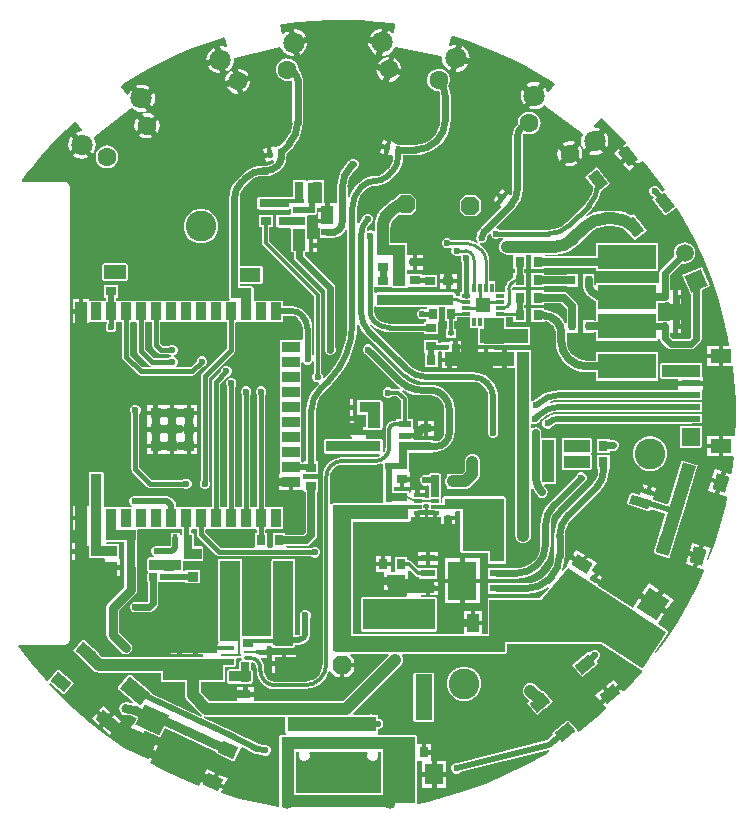
<source format=gtl>
G04*
G04 #@! TF.GenerationSoftware,Altium Limited,Altium Designer,23.6.0 (18)*
G04*
G04 Layer_Physical_Order=1*
G04 Layer_Color=255*
%FSLAX25Y25*%
%MOIN*%
G70*
G04*
G04 #@! TF.SameCoordinates,41434E86-4965-44CF-8D99-FF0C004B18D3*
G04*
G04*
G04 #@! TF.FilePolarity,Positive*
G04*
G01*
G75*
%ADD10C,0.01000*%
%ADD15C,0.00800*%
%ADD23R,0.03000X0.03500*%
%ADD24R,0.06000X0.07000*%
%ADD25R,0.03500X0.03000*%
%ADD26R,0.03622X0.03228*%
%ADD27R,0.02500X0.01800*%
%ADD28R,0.01800X0.02500*%
G04:AMPARAMS|DCode=29|XSize=25mil|YSize=18mil|CornerRadius=0mil|HoleSize=0mil|Usage=FLASHONLY|Rotation=283.000|XOffset=0mil|YOffset=0mil|HoleType=Round|Shape=Rectangle|*
%AMROTATEDRECTD29*
4,1,4,-0.01158,0.01016,0.00596,0.01420,0.01158,-0.01016,-0.00596,-0.01420,-0.01158,0.01016,0.0*
%
%ADD29ROTATEDRECTD29*%

G04:AMPARAMS|DCode=30|XSize=55.12mil|YSize=43.31mil|CornerRadius=0mil|HoleSize=0mil|Usage=FLASHONLY|Rotation=73.000|XOffset=0mil|YOffset=0mil|HoleType=Round|Shape=Rectangle|*
%AMROTATEDRECTD30*
4,1,4,0.01265,-0.03269,-0.02877,-0.02002,-0.01265,0.03269,0.02877,0.02002,0.01265,-0.03269,0.0*
%
%ADD30ROTATEDRECTD30*%

G04:AMPARAMS|DCode=31|XSize=25mil|YSize=18mil|CornerRadius=0mil|HoleSize=0mil|Usage=FLASHONLY|Rotation=327.000|XOffset=0mil|YOffset=0mil|HoleType=Round|Shape=Rectangle|*
%AMROTATEDRECTD31*
4,1,4,-0.01539,-0.00074,-0.00558,0.01436,0.01539,0.00074,0.00558,-0.01436,-0.01539,-0.00074,0.0*
%
%ADD31ROTATEDRECTD31*%

%ADD32R,0.03543X0.05906*%
%ADD33R,0.06693X0.22441*%
%ADD34R,0.03543X0.03543*%
%ADD35R,0.05906X0.03543*%
%ADD36R,0.02638X0.01181*%
G04:AMPARAMS|DCode=37|XSize=59.06mil|YSize=39.37mil|CornerRadius=0mil|HoleSize=0mil|Usage=FLASHONLY|Rotation=320.000|XOffset=0mil|YOffset=0mil|HoleType=Round|Shape=Rectangle|*
%AMROTATEDRECTD37*
4,1,4,-0.03527,0.00390,-0.00997,0.03406,0.03527,-0.00390,0.00997,-0.03406,-0.03527,0.00390,0.0*
%
%ADD37ROTATEDRECTD37*%

G04:AMPARAMS|DCode=38|XSize=55.12mil|YSize=43.31mil|CornerRadius=0mil|HoleSize=0mil|Usage=FLASHONLY|Rotation=335.000|XOffset=0mil|YOffset=0mil|HoleType=Round|Shape=Rectangle|*
%AMROTATEDRECTD38*
4,1,4,-0.03413,-0.00798,-0.01583,0.03127,0.03413,0.00798,0.01583,-0.03127,-0.03413,-0.00798,0.0*
%
%ADD38ROTATEDRECTD38*%

G04:AMPARAMS|DCode=39|XSize=60mil|YSize=60mil|CornerRadius=0mil|HoleSize=0mil|Usage=FLASHONLY|Rotation=270.000|XOffset=0mil|YOffset=0mil|HoleType=Round|Shape=Octagon|*
%AMOCTAGOND39*
4,1,8,-0.01500,-0.03000,0.01500,-0.03000,0.03000,-0.01500,0.03000,0.01500,0.01500,0.03000,-0.01500,0.03000,-0.03000,0.01500,-0.03000,-0.01500,-0.01500,-0.03000,0.0*
%
%ADD39OCTAGOND39*%

G04:AMPARAMS|DCode=40|XSize=59.06mil|YSize=39.37mil|CornerRadius=0mil|HoleSize=0mil|Usage=FLASHONLY|Rotation=128.000|XOffset=0mil|YOffset=0mil|HoleType=Round|Shape=Rectangle|*
%AMROTATEDRECTD40*
4,1,4,0.03369,-0.01115,0.00267,-0.03539,-0.03369,0.01115,-0.00267,0.03539,0.03369,-0.01115,0.0*
%
%ADD40ROTATEDRECTD40*%

%ADD41R,0.04000X0.06000*%
%ADD42R,0.06000X0.04000*%
G04:AMPARAMS|DCode=43|XSize=59.06mil|YSize=39.37mil|CornerRadius=0mil|HoleSize=0mil|Usage=FLASHONLY|Rotation=220.000|XOffset=0mil|YOffset=0mil|HoleType=Round|Shape=Rectangle|*
%AMROTATEDRECTD43*
4,1,4,0.00997,0.03406,0.03527,0.00390,-0.00997,-0.03406,-0.03527,-0.00390,0.00997,0.03406,0.0*
%
%ADD43ROTATEDRECTD43*%

%ADD44R,0.04331X0.02362*%
%ADD45R,0.04724X0.02362*%
%ADD46R,0.09449X0.12992*%
%ADD47R,0.01772X0.00984*%
%ADD48R,0.05709X0.00787*%
%ADD49R,0.04528X0.01378*%
%ADD50R,0.01968X0.03937*%
G04:AMPARAMS|DCode=51|XSize=40mil|YSize=60mil|CornerRadius=0mil|HoleSize=0mil|Usage=FLASHONLY|Rotation=237.000|XOffset=0mil|YOffset=0mil|HoleType=Round|Shape=Rectangle|*
%AMROTATEDRECTD51*
4,1,4,-0.01427,0.03311,0.03605,0.00043,0.01427,-0.03311,-0.03605,-0.00043,-0.01427,0.03311,0.0*
%
%ADD51ROTATEDRECTD51*%

G04:AMPARAMS|DCode=52|XSize=25mil|YSize=18mil|CornerRadius=0mil|HoleSize=0mil|Usage=FLASHONLY|Rotation=155.000|XOffset=0mil|YOffset=0mil|HoleType=Round|Shape=Rectangle|*
%AMROTATEDRECTD52*
4,1,4,0.01513,0.00287,0.00753,-0.01344,-0.01513,-0.00287,-0.00753,0.01344,0.01513,0.00287,0.0*
%
%ADD52ROTATEDRECTD52*%

G04:AMPARAMS|DCode=53|XSize=25mil|YSize=18mil|CornerRadius=0mil|HoleSize=0mil|Usage=FLASHONLY|Rotation=232.900|XOffset=0mil|YOffset=0mil|HoleType=Round|Shape=Rectangle|*
%AMROTATEDRECTD53*
4,1,4,0.00036,0.01540,0.01472,0.00454,-0.00036,-0.01540,-0.01472,-0.00454,0.00036,0.01540,0.0*
%
%ADD53ROTATEDRECTD53*%

G04:AMPARAMS|DCode=54|XSize=25mil|YSize=18mil|CornerRadius=0mil|HoleSize=0mil|Usage=FLASHONLY|Rotation=258.000|XOffset=0mil|YOffset=0mil|HoleType=Round|Shape=Rectangle|*
%AMROTATEDRECTD54*
4,1,4,-0.00620,0.01410,0.01140,0.01036,0.00620,-0.01410,-0.01140,-0.01036,-0.00620,0.01410,0.0*
%
%ADD54ROTATEDRECTD54*%

G04:AMPARAMS|DCode=55|XSize=25mil|YSize=18mil|CornerRadius=0mil|HoleSize=0mil|Usage=FLASHONLY|Rotation=163.000|XOffset=0mil|YOffset=0mil|HoleType=Round|Shape=Rectangle|*
%AMROTATEDRECTD55*
4,1,4,0.01459,0.00495,0.00932,-0.01226,-0.01459,-0.00495,-0.00932,0.01226,0.01459,0.00495,0.0*
%
%ADD55ROTATEDRECTD55*%

%ADD56R,0.06299X0.01968*%
%ADD57R,0.07087X0.04724*%
%ADD58R,0.03937X0.02362*%
%ADD59R,0.02362X0.03150*%
%ADD60R,0.03150X0.02362*%
%ADD61R,0.19291X0.08268*%
%ADD62R,0.03150X0.01181*%
%ADD63R,0.01181X0.03150*%
%ADD64R,0.04842X0.04842*%
%ADD65R,0.01968X0.01772*%
%ADD115C,0.02362*%
%ADD125C,0.02200*%
%ADD126C,0.02000*%
%ADD127C,0.01500*%
%ADD128C,0.02500*%
%ADD129C,0.01200*%
%ADD130C,0.02201*%
%ADD131C,0.04000*%
%ADD132C,0.03000*%
%ADD133C,0.03937*%
%ADD134R,0.37598X0.04336*%
%ADD135R,0.37598X0.04300*%
%ADD136R,0.04300X0.23500*%
%ADD137R,0.10500X0.22368*%
G04:AMPARAMS|DCode=138|XSize=18.33mil|YSize=138.79mil|CornerRadius=0mil|HoleSize=0mil|Usage=FLASHONLY|Rotation=73.000|XOffset=0mil|YOffset=0mil|HoleType=Round|Shape=Rectangle|*
%AMROTATEDRECTD138*
4,1,4,0.06368,-0.02906,-0.06904,0.01152,-0.06368,0.02906,0.06904,-0.01152,0.06368,-0.02906,0.0*
%
%ADD138ROTATEDRECTD138*%

%ADD139R,0.04300X0.95902*%
%ADD140R,0.03800X0.10600*%
%ADD141R,0.04120X0.06221*%
%ADD142R,0.07400X0.02445*%
%ADD143R,0.02965X0.09126*%
%ADD144R,0.02416X0.12535*%
%ADD145R,0.03937X0.07271*%
%ADD146R,0.02500X0.02550*%
%ADD147R,0.10609X0.03740*%
%ADD148R,0.05860X0.03709*%
%ADD149R,0.02839X0.08209*%
%ADD150R,0.25736X0.03554*%
G04:AMPARAMS|DCode=151|XSize=175.98mil|YSize=106.41mil|CornerRadius=0mil|HoleSize=0mil|Usage=FLASHONLY|Rotation=230.000|XOffset=0mil|YOffset=0mil|HoleType=Round|Shape=Rectangle|*
%AMROTATEDRECTD151*
4,1,4,0.01580,0.10160,0.09732,0.03321,-0.01580,-0.10160,-0.09732,-0.03321,0.01580,0.10160,0.0*
%
%ADD151ROTATEDRECTD151*%

%ADD152R,0.09637X0.03600*%
%ADD153R,0.03966X0.13613*%
%ADD154R,0.12809X0.04134*%
%ADD155R,0.06299X0.06102*%
%ADD156R,0.05600X0.15240*%
%ADD157R,0.04057X0.14264*%
G04:AMPARAMS|DCode=158|XSize=30.75mil|YSize=66.79mil|CornerRadius=0mil|HoleSize=0mil|Usage=FLASHONLY|Rotation=73.000|XOffset=0mil|YOffset=0mil|HoleType=Round|Shape=Rectangle|*
%AMROTATEDRECTD158*
4,1,4,0.02744,-0.02447,-0.03643,-0.00494,-0.02744,0.02447,0.03643,0.00494,0.02744,-0.02447,0.0*
%
%ADD158ROTATEDRECTD158*%

%ADD159R,0.06944X0.03200*%
%ADD160R,0.07106X0.04805*%
%ADD161R,0.07334X0.04705*%
%ADD162R,0.15811X0.04150*%
G04:AMPARAMS|DCode=163|XSize=65.43mil|YSize=265.55mil|CornerRadius=0mil|HoleSize=0mil|Usage=FLASHONLY|Rotation=237.000|XOffset=0mil|YOffset=0mil|HoleType=Round|Shape=Rectangle|*
%AMROTATEDRECTD163*
4,1,4,-0.09354,0.09975,0.12917,-0.04488,0.09354,-0.09975,-0.12917,0.04488,-0.09354,0.09975,0.0*
%
%ADD163ROTATEDRECTD163*%

G04:AMPARAMS|DCode=164|XSize=144.05mil|YSize=225.94mil|CornerRadius=0mil|HoleSize=0mil|Usage=FLASHONLY|Rotation=237.000|XOffset=0mil|YOffset=0mil|HoleType=Round|Shape=Rectangle|*
%AMROTATEDRECTD164*
4,1,4,-0.05552,0.12194,0.13397,-0.00112,0.05552,-0.12194,-0.13397,0.00112,-0.05552,0.12194,0.0*
%
%ADD164ROTATEDRECTD164*%

%ADD165R,0.03937X0.06102*%
G04:AMPARAMS|DCode=166|XSize=44mil|YSize=311.02mil|CornerRadius=0mil|HoleSize=0mil|Usage=FLASHONLY|Rotation=163.000|XOffset=0mil|YOffset=0mil|HoleType=Round|Shape=Rectangle|*
%AMROTATEDRECTD166*
4,1,4,0.06651,0.14229,-0.02443,-0.15515,-0.06651,-0.14229,0.02443,0.15515,0.06651,0.14229,0.0*
%
%ADD166ROTATEDRECTD166*%

%ADD167R,0.02050X0.10451*%
%ADD168R,0.04500X0.07050*%
%ADD169R,0.07183X0.02362*%
%ADD170R,0.14528X0.01500*%
%ADD171R,0.03000X0.07050*%
%ADD172R,0.09778X0.03000*%
%ADD173R,0.08854X0.03000*%
G04:AMPARAMS|DCode=174|XSize=87.78mil|YSize=51.46mil|CornerRadius=0mil|HoleSize=0mil|Usage=FLASHONLY|Rotation=320.000|XOffset=0mil|YOffset=0mil|HoleType=Round|Shape=Rectangle|*
%AMROTATEDRECTD174*
4,1,4,-0.05016,0.00850,-0.01708,0.04792,0.05016,-0.00850,0.01708,-0.04792,-0.05016,0.00850,0.0*
%
%ADD174ROTATEDRECTD174*%

%ADD175R,0.09600X0.07400*%
%ADD176R,0.06693X0.28221*%
%ADD177R,0.06720X0.26622*%
%ADD178R,0.01138X0.31598*%
%ADD179R,0.14122X0.09300*%
G04:AMPARAMS|DCode=180|XSize=177.89mil|YSize=41.19mil|CornerRadius=0mil|HoleSize=0mil|Usage=FLASHONLY|Rotation=320.000|XOffset=0mil|YOffset=0mil|HoleType=Round|Shape=Rectangle|*
%AMROTATEDRECTD180*
4,1,4,-0.08137,0.04140,-0.05490,0.07295,0.08137,-0.04140,0.05490,-0.07295,-0.08137,0.04140,0.0*
%
%ADD180ROTATEDRECTD180*%

%ADD181R,0.03167X0.02974*%
%ADD182R,0.16386X0.01800*%
%ADD183R,0.26350X0.11740*%
%ADD184R,0.07900X0.12723*%
%ADD185R,0.07560X0.03940*%
%ADD186R,0.06836X0.00984*%
%ADD187R,0.05972X0.49019*%
%ADD188R,0.21715X0.01378*%
G04:AMPARAMS|DCode=189|XSize=87.52mil|YSize=71.37mil|CornerRadius=0mil|HoleSize=0mil|Usage=FLASHONLY|Rotation=335.000|XOffset=0mil|YOffset=0mil|HoleType=Round|Shape=Rectangle|*
%AMROTATEDRECTD189*
4,1,4,-0.05474,-0.01385,-0.02458,0.05084,0.05474,0.01385,0.02458,-0.05084,-0.05474,-0.01385,0.0*
%
%ADD189ROTATEDRECTD189*%

G04:AMPARAMS|DCode=190|XSize=87.52mil|YSize=73.86mil|CornerRadius=0mil|HoleSize=0mil|Usage=FLASHONLY|Rotation=335.000|XOffset=0mil|YOffset=0mil|HoleType=Round|Shape=Rectangle|*
%AMROTATEDRECTD190*
4,1,4,-0.05527,-0.01498,-0.02405,0.05196,0.05527,0.01498,0.02405,-0.05196,-0.05527,-0.01498,0.0*
%
%ADD190ROTATEDRECTD190*%

%ADD191R,0.23915X0.01939*%
%ADD192R,0.20300X0.07013*%
%ADD193R,0.06578X0.00787*%
%ADD194R,0.19775X0.03711*%
%ADD195R,0.02857X0.07206*%
%ADD196R,0.07147X0.03500*%
%ADD197R,0.04347X0.08591*%
%ADD198R,0.10915X0.03000*%
%ADD199R,0.08887X0.03500*%
%ADD200R,0.03765X0.27600*%
%ADD201R,0.09887X0.03381*%
%ADD202R,0.03543X0.09554*%
%ADD203R,0.03000X0.14143*%
%ADD204R,0.07200X0.03500*%
%ADD205R,0.02649X0.06529*%
%ADD206R,0.18047X0.03798*%
%ADD207R,0.25115X0.04914*%
%ADD208R,0.07433X0.01181*%
%ADD209R,0.03915X0.03000*%
%ADD210R,0.06943X0.01181*%
%ADD211R,0.23911X0.10398*%
%ADD212R,0.29621X0.05125*%
%ADD213R,0.05211X0.17381*%
%ADD214R,0.56620X0.05400*%
%ADD215R,0.13813X0.17500*%
%ADD216R,0.04724X0.21162*%
%ADD217R,0.42166X0.13976*%
%ADD218R,0.02800X0.03600*%
%ADD219R,0.08872X0.04091*%
%ADD220R,0.08872X0.04091*%
%ADD221R,0.08035X0.05000*%
%ADD222R,0.20700X0.05000*%
%ADD223R,0.15975X0.04900*%
%ADD224R,0.06600X0.08700*%
%ADD225C,0.06299*%
%ADD226C,0.07087*%
%ADD227O,0.03543X0.07874*%
%ADD228O,0.03543X0.06693*%
%ADD229C,0.10236*%
%ADD230P,0.11136X4X282.0*%
%ADD231C,0.07874*%
%ADD232C,0.05906*%
%ADD233P,0.08352X4X158.0*%
G36*
X116461Y55231D02*
X121704Y54842D01*
X126927Y54245D01*
X127568Y54146D01*
X127851Y53734D01*
X127266Y50979D01*
X126740Y50912D01*
X125932Y51639D01*
X125237Y51994D01*
X124314Y47655D01*
X123392Y43316D01*
X124171Y43357D01*
X125309Y43727D01*
X126312Y44378D01*
X127113Y45267D01*
X127656Y46333D01*
X127833Y46425D01*
X127859Y46414D01*
X142950Y43206D01*
X143414Y42984D01*
X143477Y41789D01*
X143846Y40651D01*
X144498Y39648D01*
X145387Y38848D01*
X146082Y38493D01*
X147004Y42832D01*
X147927Y47171D01*
X147148Y47130D01*
X146114Y46794D01*
X145662Y47071D01*
X146234Y49762D01*
X146662Y50021D01*
X147248Y49858D01*
X152201Y48265D01*
X157088Y46477D01*
X161900Y44499D01*
X166631Y42332D01*
X171272Y39981D01*
X175818Y37448D01*
X180260Y34738D01*
X180807Y34374D01*
X180897Y33882D01*
X179025Y31271D01*
X178518Y31421D01*
X178098Y32416D01*
X177619Y33031D01*
X174943Y29493D01*
X172267Y25956D01*
X172990Y25662D01*
X174177Y25514D01*
X175362Y25679D01*
X176464Y26144D01*
X177408Y26879D01*
X177623Y26888D01*
X177675Y26829D01*
X189932Y17560D01*
X190257Y17161D01*
X189807Y16053D01*
X189660Y14866D01*
X189824Y13681D01*
X190289Y12579D01*
X190769Y11963D01*
X193444Y15501D01*
X196120Y19039D01*
X195397Y19332D01*
X194320Y19466D01*
X194027Y19909D01*
X195976Y22486D01*
X196473Y22540D01*
X197637Y21547D01*
X202736Y16704D01*
X204649Y14682D01*
X204612Y14183D01*
X203645Y13427D01*
X206078Y10312D01*
X208512Y7198D01*
X210192Y8510D01*
X212124Y6238D01*
X216387Y645D01*
X217613Y-1156D01*
X217443Y-1280D01*
X217049Y-1588D01*
X216710Y-1853D01*
X215897Y-1039D01*
X215747Y-678D01*
X215246Y-177D01*
X214592Y94D01*
X213883D01*
X213229Y-177D01*
X212727Y-678D01*
X212456Y-1333D01*
Y-2041D01*
X212727Y-2696D01*
X213229Y-3197D01*
X213590Y-3347D01*
X213853Y-3610D01*
X213823Y-4109D01*
X213395Y-4443D01*
X217770Y-10042D01*
X221226Y-7342D01*
X221717Y-7433D01*
X223989Y-11182D01*
X227307Y-17383D01*
X230290Y-23751D01*
X232929Y-30270D01*
X235218Y-36919D01*
X237149Y-43681D01*
X238717Y-50536D01*
X239134Y-52942D01*
X238812Y-53324D01*
X237019D01*
Y-56687D01*
Y-60049D01*
X240225D01*
X240747Y-64448D01*
X241204Y-71466D01*
X241286Y-78498D01*
X241104Y-82867D01*
X240812Y-83246D01*
X237019D01*
Y-86608D01*
Y-89970D01*
X240199D01*
X240535Y-90340D01*
X240328Y-92525D01*
X239856Y-95684D01*
X239433Y-95951D01*
X238032Y-95523D01*
X236933Y-99114D01*
X235835Y-102706D01*
X237667Y-103266D01*
X238145Y-103412D01*
X238469Y-103495D01*
X237882Y-106370D01*
X236110Y-113175D01*
X233977Y-119877D01*
X232183Y-124624D01*
X231710Y-124463D01*
X232859Y-120701D01*
X230550Y-119995D01*
X229451Y-123587D01*
X228353Y-127179D01*
X230357Y-127791D01*
X230657Y-128349D01*
X228658Y-132891D01*
X225486Y-139168D01*
X221984Y-145266D01*
X218162Y-151169D01*
X214825Y-155768D01*
X214412Y-155484D01*
X218595Y-149044D01*
X218686Y-148555D01*
X218404Y-148145D01*
X215191Y-146059D01*
X217304Y-142805D01*
X213163Y-140116D01*
X209023Y-137427D01*
X206920Y-140665D01*
X195170Y-133034D01*
X195396Y-132685D01*
X193509Y-131460D01*
X193918Y-130831D01*
X193289Y-130422D01*
X194324Y-128829D01*
X193234Y-128121D01*
X194878Y-125590D01*
X192152Y-123820D01*
X190518Y-126336D01*
X189889Y-125927D01*
X189480Y-126557D01*
X186126Y-124378D01*
X184900Y-126265D01*
X184986Y-126321D01*
X184954Y-126896D01*
X184745Y-127039D01*
X184707Y-127098D01*
X184659Y-127123D01*
X183623Y-128358D01*
X183191Y-128095D01*
X183690Y-126889D01*
X184120Y-125099D01*
X184264Y-123263D01*
X184262D01*
Y-116747D01*
X184246Y-116669D01*
X184398Y-115130D01*
X184869Y-113575D01*
X185635Y-112141D01*
X186617Y-110946D01*
X186683Y-110902D01*
X195934Y-101650D01*
X196294Y-101303D01*
X196294Y-101303D01*
X197388Y-99970D01*
X198201Y-98449D01*
X198702Y-96799D01*
X198871Y-95083D01*
X198862D01*
Y-94355D01*
X199228D01*
Y-89655D01*
X195028D01*
Y-94355D01*
X195394D01*
Y-95083D01*
X195412Y-95171D01*
X195241Y-96468D01*
X194707Y-97757D01*
X194155Y-98476D01*
X193836Y-98844D01*
X193490Y-99191D01*
X184231Y-108450D01*
X184229Y-108448D01*
X183033Y-109848D01*
X182071Y-111418D01*
X181366Y-113120D01*
X180936Y-114911D01*
X180791Y-116747D01*
X180794D01*
Y-123263D01*
X180810Y-123341D01*
X180658Y-124880D01*
X180186Y-126435D01*
X179420Y-127868D01*
X178439Y-129063D01*
X178373Y-129108D01*
X177531Y-129950D01*
X177487Y-130016D01*
X176291Y-130997D01*
X174858Y-131763D01*
X173303Y-132235D01*
X171764Y-132387D01*
X171686Y-132371D01*
X164541D01*
Y-132324D01*
X158616D01*
Y-135886D01*
X164541D01*
Y-135838D01*
X171686D01*
Y-135841D01*
X173522Y-135697D01*
X175312Y-135267D01*
X177014Y-134562D01*
X178584Y-133600D01*
X178904Y-133982D01*
X176141Y-137274D01*
X159216D01*
X159097Y-137324D01*
X158616D01*
Y-137804D01*
X158567Y-137924D01*
Y-149255D01*
X156628D01*
Y-146455D01*
X150628D01*
Y-149255D01*
X113722D01*
Y-111849D01*
X132215D01*
X132674Y-111659D01*
X132864Y-111200D01*
Y-110923D01*
X132896Y-110435D01*
X134465D01*
Y-108845D01*
X135214D01*
Y-108117D01*
X136533D01*
X136586Y-108095D01*
X137533D01*
Y-107254D01*
X137183D01*
Y-106286D01*
X137548Y-105928D01*
X138708D01*
X139073Y-106286D01*
Y-107254D01*
X138722D01*
Y-108095D01*
X139670D01*
X139722Y-108117D01*
X141041D01*
Y-108845D01*
X141791D01*
Y-110435D01*
X143166D01*
Y-112516D01*
X144666D01*
Y-110616D01*
X145416D01*
Y-109866D01*
X147666D01*
Y-108716D01*
X148062Y-108465D01*
X149478D01*
Y-121605D01*
X149669Y-122064D01*
X150128Y-122254D01*
X158567D01*
Y-125286D01*
X158616Y-125405D01*
Y-125886D01*
X159097D01*
X159216Y-125935D01*
X163941D01*
X164060Y-125886D01*
X164541D01*
Y-125405D01*
X164590Y-125286D01*
Y-104105D01*
X164400Y-103646D01*
X163941Y-103455D01*
X144166D01*
X143707Y-103646D01*
X143516Y-104105D01*
Y-105636D01*
X142960D01*
Y-103717D01*
X142960Y-103717D01*
X143010Y-103530D01*
X143010Y-103221D01*
Y-100824D01*
X143103D01*
Y-96124D01*
X142927D01*
X142819Y-95864D01*
X142360Y-95674D01*
X139503D01*
X139044Y-95864D01*
X138936Y-96124D01*
X138903D01*
Y-96204D01*
X138854Y-96324D01*
X138354Y-96436D01*
X138082Y-96324D01*
X137374D01*
X136719Y-96595D01*
X136218Y-97096D01*
X135947Y-97750D01*
Y-98459D01*
X136218Y-99114D01*
X136719Y-99615D01*
X137374Y-99886D01*
X138082D01*
X138354Y-99773D01*
X138854Y-99979D01*
Y-103530D01*
X138614Y-103888D01*
X137533D01*
Y-103689D01*
X135214D01*
Y-102939D01*
X134465D01*
Y-101349D01*
X132896D01*
Y-102048D01*
X132396Y-102332D01*
X132311Y-102281D01*
Y-101640D01*
X129562D01*
X129443Y-101590D01*
X127377D01*
Y-100240D01*
X129211D01*
Y-97740D01*
X129961D01*
Y-96990D01*
X132711D01*
Y-95240D01*
X132487D01*
X132238Y-94740D01*
X132360Y-94445D01*
Y-88954D01*
X139696D01*
X139815Y-88905D01*
X140296D01*
Y-88538D01*
X141288D01*
X141321Y-88531D01*
X142503Y-88415D01*
X143521Y-88106D01*
X143613Y-88088D01*
X143639Y-88070D01*
X143672Y-88060D01*
X143674Y-88059D01*
X143691Y-88056D01*
X143735Y-88026D01*
X144749Y-87485D01*
X145693Y-86710D01*
X146468Y-85766D01*
X147010Y-84752D01*
X147039Y-84708D01*
X147042Y-84691D01*
X147044Y-84689D01*
X147398Y-83520D01*
X147514Y-82337D01*
X147521Y-82305D01*
Y-74376D01*
X147527D01*
X147371Y-72798D01*
X146911Y-71281D01*
X146163Y-69882D01*
X145158Y-68657D01*
X143932Y-67651D01*
X142534Y-66903D01*
X141016Y-66443D01*
X139439Y-66288D01*
Y-66293D01*
X136469D01*
X136391Y-66309D01*
X134852Y-66157D01*
X133296Y-65685D01*
X131863Y-64919D01*
X130667Y-63938D01*
X130623Y-63872D01*
X120358Y-53606D01*
X120310Y-53491D01*
X119809Y-52990D01*
X119154Y-52719D01*
X118446D01*
X117791Y-52990D01*
X117290Y-53491D01*
X117019Y-54146D01*
Y-54854D01*
X117290Y-55509D01*
X117791Y-56010D01*
X117906Y-56058D01*
X128172Y-66323D01*
X128170Y-66325D01*
X129269Y-67264D01*
X129043Y-67729D01*
X128781Y-67677D01*
X126595D01*
X126309Y-67390D01*
X125654Y-67119D01*
X124946D01*
X124291Y-67390D01*
X123790Y-67891D01*
X123519Y-68546D01*
Y-69254D01*
X123790Y-69909D01*
X124291Y-70410D01*
X124946Y-70681D01*
X125654D01*
X126309Y-70410D01*
X126595Y-70123D01*
X128274D01*
X129722Y-71572D01*
Y-77683D01*
X128181D01*
Y-78241D01*
X127317D01*
X127313Y-78242D01*
X126615Y-78334D01*
X125961Y-78605D01*
X125399Y-79036D01*
X124967Y-79598D01*
X124696Y-80252D01*
X124604Y-80950D01*
X124604Y-80955D01*
Y-86954D01*
X124606Y-86963D01*
X124489Y-87849D01*
X124225Y-88486D01*
X124128Y-88574D01*
X124024Y-88617D01*
X123524Y-88283D01*
Y-84887D01*
X123334Y-84428D01*
X122875Y-84238D01*
X118423D01*
X117978Y-84105D01*
X117978Y-83737D01*
Y-82955D01*
X115728D01*
Y-82205D01*
X114978D01*
Y-80305D01*
X113918D01*
Y-78164D01*
X111918D01*
Y-80664D01*
Y-83165D01*
X113124D01*
X113478Y-83518D01*
X113478Y-84105D01*
X113033Y-84238D01*
X104828D01*
X104369Y-84428D01*
X104178Y-84887D01*
Y-88685D01*
X104369Y-89144D01*
X104828Y-89334D01*
X122464D01*
X122773Y-89834D01*
X122673Y-90034D01*
X122043Y-90295D01*
X121157Y-90411D01*
X121148Y-90409D01*
X110108D01*
Y-90402D01*
X108838Y-90527D01*
X107616Y-90897D01*
X106491Y-91499D01*
X105504Y-92309D01*
X104694Y-93296D01*
X104092Y-94421D01*
X103722Y-95643D01*
X103596Y-96913D01*
X103604D01*
Y-159205D01*
X103606Y-159212D01*
X103492Y-160371D01*
X103152Y-161493D01*
X102599Y-162526D01*
X101856Y-163432D01*
X100950Y-164176D01*
X99916Y-164728D01*
X98794Y-165069D01*
X97636Y-165183D01*
X97628Y-165181D01*
X87628D01*
X87616Y-165183D01*
X86707Y-165064D01*
X85849Y-164708D01*
X85112Y-164143D01*
X84547Y-163406D01*
X84191Y-162548D01*
X84072Y-161639D01*
X84074Y-161627D01*
Y-160918D01*
X84093D01*
X83923Y-159627D01*
X83425Y-158424D01*
X82911Y-157755D01*
X83158Y-157255D01*
X85078D01*
Y-156105D01*
X82828D01*
Y-154605D01*
X85078D01*
Y-153455D01*
X85474Y-153204D01*
X86490D01*
Y-153205D01*
X86680Y-153664D01*
X87140Y-153854D01*
X93833D01*
X93952Y-153805D01*
X94228D01*
Y-153690D01*
X94292Y-153664D01*
X94482Y-153205D01*
Y-152836D01*
X95607D01*
Y-152838D01*
X96623Y-152705D01*
X97570Y-152312D01*
X98383Y-151688D01*
X98381Y-151687D01*
X98387Y-151678D01*
X98950Y-150944D01*
X99308Y-150080D01*
X99429Y-149164D01*
X99431Y-149153D01*
Y-143855D01*
X99581Y-143493D01*
Y-142785D01*
X99309Y-142130D01*
X98808Y-141629D01*
X98154Y-141358D01*
X97445D01*
X96790Y-141629D01*
X96289Y-142130D01*
X96018Y-142785D01*
Y-143493D01*
X96168Y-143855D01*
Y-148916D01*
X96101Y-149231D01*
X95852Y-149519D01*
X95607Y-149567D01*
Y-149573D01*
X94482D01*
Y-124984D01*
X94433Y-124865D01*
Y-124384D01*
X93952D01*
X93833Y-124335D01*
X87140D01*
X87020Y-124384D01*
X86540D01*
Y-124865D01*
X86490Y-124984D01*
Y-150105D01*
X77242D01*
X77209Y-150119D01*
X76793Y-149841D01*
Y-124984D01*
X76716Y-124799D01*
Y-124384D01*
X76263D01*
X76143Y-124335D01*
X69423D01*
X69304Y-124384D01*
X68823D01*
Y-124865D01*
X68774Y-124984D01*
Y-151606D01*
X68868Y-151835D01*
X68580Y-152335D01*
X68565D01*
Y-152632D01*
X68378Y-153055D01*
X68065Y-153055D01*
X66878D01*
Y-154955D01*
X65378D01*
Y-153055D01*
X63978D01*
Y-151105D01*
X61978D01*
Y-153605D01*
Y-156105D01*
X63524D01*
X63810Y-156390D01*
X63746Y-156904D01*
X63445Y-157016D01*
X57590D01*
X57335Y-156982D01*
X30053D01*
X28978Y-155907D01*
X29136Y-155718D01*
X26975Y-153904D01*
X26618Y-153547D01*
X26075Y-153131D01*
X26032Y-153113D01*
X23693Y-151151D01*
X20391Y-155086D01*
X22786Y-157095D01*
X22909Y-157256D01*
X27112Y-161459D01*
X27112Y-161459D01*
X27655Y-161876D01*
X28288Y-162138D01*
X28967Y-162227D01*
X28967Y-162227D01*
X49528D01*
Y-164679D01*
X49719Y-165138D01*
X50178Y-165328D01*
X57722D01*
Y-169782D01*
X57722Y-169782D01*
X57812Y-170461D01*
X58074Y-171094D01*
X58490Y-171637D01*
X62987Y-176133D01*
X62987Y-176133D01*
X63336Y-176401D01*
X63076Y-176831D01*
X46657Y-169175D01*
X46695Y-169057D01*
X46465Y-168616D01*
X39741Y-162973D01*
X39266Y-162824D01*
X38826Y-163053D01*
X35518Y-166995D01*
X35368Y-167469D01*
X35494Y-167711D01*
X35471Y-167739D01*
X35598Y-167910D01*
X35806Y-168085D01*
X40302Y-171857D01*
X40077Y-172304D01*
X39677Y-172208D01*
X38410Y-172108D01*
X37937Y-172064D01*
X37933Y-172064D01*
X37928Y-172064D01*
Y-172064D01*
X37108Y-172227D01*
X36414Y-172691D01*
X35950Y-173385D01*
X35787Y-174205D01*
X35950Y-175024D01*
X36414Y-175719D01*
X37108Y-176183D01*
X37928Y-176346D01*
Y-176346D01*
X38418Y-176370D01*
X39280Y-176454D01*
X40581Y-176849D01*
X41540Y-177362D01*
X40698Y-179167D01*
X40698Y-179168D01*
X40629Y-179470D01*
X40127Y-179738D01*
X40105Y-179728D01*
X39619Y-180770D01*
X41658Y-181721D01*
X43697Y-182672D01*
X44018Y-181984D01*
X44183Y-181630D01*
X44642Y-181723D01*
X48944Y-183730D01*
X48944Y-183730D01*
X49441Y-183751D01*
X49443Y-183749D01*
X49807Y-183415D01*
X51109Y-180625D01*
X68174Y-188582D01*
X67910Y-189148D01*
X73993Y-191984D01*
X76186Y-187281D01*
X76790Y-187027D01*
X80989Y-189159D01*
X81246Y-189231D01*
X81498Y-189320D01*
X83484Y-189603D01*
X83491Y-189610D01*
X84146Y-189881D01*
X84854D01*
X85509Y-189610D01*
X86010Y-189109D01*
X86281Y-188454D01*
Y-187746D01*
X86010Y-187091D01*
X85509Y-186590D01*
X84854Y-186319D01*
X84146D01*
X83997Y-186380D01*
X82226Y-186128D01*
X73402Y-181648D01*
X73376Y-181640D01*
X73353Y-181624D01*
X64024Y-177274D01*
X64162Y-176812D01*
X64841Y-176901D01*
X91178D01*
Y-182005D01*
X91369Y-182464D01*
X91237Y-182950D01*
X89745D01*
X89286Y-183141D01*
X89095Y-183600D01*
Y-206529D01*
X88712Y-206850D01*
X82744Y-205788D01*
X75896Y-204188D01*
X69966Y-202465D01*
X69760Y-202009D01*
X70216Y-201031D01*
X66812Y-199444D01*
X63408Y-197857D01*
X62460Y-199888D01*
X55998Y-197236D01*
X49644Y-194224D01*
X46058Y-192284D01*
X47023Y-190217D01*
X43619Y-188629D01*
X40215Y-187042D01*
X39702Y-188141D01*
X39224Y-188285D01*
X37461Y-187206D01*
X31667Y-183220D01*
X26094Y-178932D01*
X20757Y-174352D01*
X15671Y-169495D01*
X12285Y-165896D01*
X12628Y-165532D01*
X17483Y-169606D01*
X20785Y-165670D01*
X15342Y-161103D01*
X12098Y-164969D01*
X11571Y-165138D01*
X10852Y-164374D01*
X6312Y-159003D01*
X2065Y-153398D01*
X2003Y-153307D01*
X2237Y-152865D01*
X17717Y-152826D01*
X18008Y-152767D01*
X18298Y-152710D01*
X18300Y-152709D01*
X18302Y-152708D01*
X18547Y-152543D01*
X18794Y-152378D01*
X18795Y-152377D01*
X18797Y-152375D01*
X18961Y-152129D01*
X19126Y-151882D01*
X19126Y-151880D01*
X19127Y-151878D01*
X19184Y-151587D01*
X19242Y-151297D01*
Y-108D01*
X19185Y180D01*
X19129Y469D01*
X19127Y473D01*
X19126Y477D01*
X18963Y722D01*
X18801Y967D01*
X18797Y970D01*
X18794Y974D01*
X18550Y1137D01*
X18307Y1302D01*
X18302Y1302D01*
X18298Y1305D01*
X18010Y1362D01*
X17722Y1421D01*
X3514Y1507D01*
X3291Y1954D01*
X4764Y3929D01*
X7231Y7038D01*
X9791Y10071D01*
X12441Y13026D01*
X15178Y15900D01*
X18000Y18690D01*
X20808Y21303D01*
X21348Y21354D01*
X21406Y21349D01*
X23464Y18715D01*
X23178Y18268D01*
X22103Y18117D01*
X21384Y17812D01*
X24115Y14317D01*
X26846Y10821D01*
X27316Y11445D01*
X27764Y12554D01*
X27910Y13741D01*
X27743Y14926D01*
X27276Y16027D01*
X27319Y16221D01*
X27343Y16233D01*
X39502Y25733D01*
X39971Y25945D01*
X40926Y25225D01*
X42035Y24777D01*
X43223Y24632D01*
X44407Y24798D01*
X45125Y25103D01*
X42395Y28598D01*
X39664Y32094D01*
X39194Y31470D01*
X38826Y30558D01*
X38283Y30452D01*
X36423Y33000D01*
X36508Y33493D01*
X37062Y33871D01*
X41481Y36641D01*
X46006Y39234D01*
X50630Y41646D01*
X55346Y43873D01*
X60146Y45913D01*
X65023Y47761D01*
X69969Y49415D01*
X70570Y49590D01*
X71001Y49337D01*
X71638Y46580D01*
X71190Y46296D01*
X70151Y46613D01*
X69371Y46641D01*
X70369Y42319D01*
X71367Y37997D01*
X72056Y38363D01*
X72931Y39179D01*
X73564Y40194D01*
X73914Y41337D01*
X73956Y42533D01*
X74416Y42763D01*
X89450Y46234D01*
X89475Y46246D01*
X89653Y46157D01*
X90215Y45101D01*
X91031Y44226D01*
X92045Y43592D01*
X93189Y43242D01*
X93969Y43215D01*
X92971Y47537D01*
X91973Y51859D01*
X91285Y51493D01*
X90490Y50751D01*
X89963Y50810D01*
X89338Y53515D01*
X89616Y53931D01*
X90244Y54035D01*
X95460Y54692D01*
X100698Y55141D01*
X105950Y55380D01*
X111207Y55410D01*
X116461Y55231D01*
D02*
G37*
G36*
X131141Y-68484D02*
X132842Y-69188D01*
X134387Y-69559D01*
X134633Y-69618D01*
X136469Y-69763D01*
Y-69760D01*
X139439D01*
X139508Y-69746D01*
X140639Y-69895D01*
X141758Y-70358D01*
X142719Y-71096D01*
X143456Y-72056D01*
X143919Y-73175D01*
X144068Y-74306D01*
X144054Y-74376D01*
Y-82305D01*
X144059Y-82326D01*
X143967Y-83023D01*
X143824Y-83368D01*
X143690Y-83692D01*
X143249Y-84266D01*
X142675Y-84707D01*
X142351Y-84841D01*
X142006Y-84984D01*
X141309Y-85076D01*
X141288Y-85071D01*
X140296D01*
Y-84705D01*
X139815D01*
X139696Y-84655D01*
X134111D01*
Y-83955D01*
X130946D01*
Y-82455D01*
X134111D01*
Y-81024D01*
X133711D01*
Y-77683D01*
X132169D01*
Y-71065D01*
X132076Y-70597D01*
X131811Y-70200D01*
X129953Y-68343D01*
X130265Y-67947D01*
X131141Y-68484D01*
D02*
G37*
G36*
X123440Y-92608D02*
X123611Y-92758D01*
X123662Y-92843D01*
Y-94445D01*
Y-105240D01*
X123397Y-105637D01*
X107100D01*
X106641Y-105827D01*
X106551Y-106043D01*
X106051Y-105943D01*
Y-96913D01*
X106046Y-96888D01*
X106182Y-95861D01*
X106588Y-94881D01*
X107234Y-94039D01*
X108076Y-93393D01*
X109056Y-92987D01*
X110083Y-92851D01*
X110108Y-92856D01*
X121148D01*
Y-92861D01*
X122300Y-92748D01*
X123162Y-92487D01*
X123440Y-92608D01*
D02*
G37*
G36*
X125570Y-156454D02*
X110368Y-171656D01*
X80578D01*
Y-170155D01*
X75078D01*
Y-171656D01*
X65927D01*
X62967Y-168696D01*
Y-165328D01*
X70478D01*
X70655Y-165255D01*
X71078D01*
Y-164798D01*
X71127Y-164679D01*
Y-160254D01*
X74092D01*
X74552Y-160064D01*
X74742Y-159605D01*
Y-157665D01*
X75032Y-157232D01*
X76143D01*
X76543Y-157500D01*
X76454Y-158000D01*
X76378D01*
X75919Y-158190D01*
X75728Y-158650D01*
Y-161029D01*
X72378D01*
X71919Y-161219D01*
X71780Y-161555D01*
X71778D01*
Y-161559D01*
X71728Y-161679D01*
Y-165179D01*
X71919Y-165638D01*
X72378Y-165828D01*
X79578D01*
X80037Y-165638D01*
X80092Y-165505D01*
X80178D01*
Y-165298D01*
X80227Y-165179D01*
Y-161679D01*
X80178Y-161559D01*
Y-161305D01*
X80072D01*
X80037Y-161219D01*
X79676Y-161070D01*
Y-158998D01*
X79956Y-158699D01*
X80167Y-158626D01*
X80904Y-159119D01*
X81456Y-159944D01*
X81638Y-160862D01*
X81627Y-160918D01*
Y-161627D01*
X81622D01*
X81737Y-162799D01*
X82079Y-163926D01*
X82634Y-164964D01*
X83381Y-165874D01*
X84291Y-166621D01*
X85329Y-167176D01*
X86456Y-167518D01*
X87628Y-167634D01*
Y-167628D01*
X97628D01*
Y-167645D01*
X99274Y-167483D01*
X100858Y-167003D01*
X102317Y-166223D01*
X103596Y-165173D01*
X104646Y-163894D01*
X105426Y-162435D01*
X105627Y-161771D01*
X106154Y-161758D01*
X108100Y-163705D01*
X109350D01*
Y-159705D01*
X110100D01*
Y-158955D01*
X114100D01*
Y-157705D01*
X112811Y-156416D01*
X113003Y-155954D01*
X125363D01*
X125570Y-156454D01*
D02*
G37*
G36*
X209802Y-161284D02*
X209864Y-161368D01*
X209988Y-161850D01*
X209603Y-162324D01*
X204891Y-167543D01*
X204122Y-168308D01*
X203623Y-168286D01*
X202953Y-167488D01*
X199925Y-170029D01*
X196897Y-172570D01*
X198156Y-174070D01*
X194665Y-177193D01*
X189198Y-181582D01*
X188770Y-181835D01*
X188736Y-181791D01*
X188415Y-181409D01*
X185434Y-177856D01*
X179991Y-182424D01*
X180442Y-182961D01*
X178228Y-184818D01*
X148568Y-192300D01*
X148554Y-192295D01*
X147846D01*
X147191Y-192566D01*
X146690Y-193067D01*
X146419Y-193721D01*
Y-194430D01*
X146690Y-195085D01*
X147191Y-195586D01*
X147846Y-195857D01*
X148554D01*
X149209Y-195586D01*
X149319Y-195476D01*
X178956Y-188000D01*
X179157Y-188465D01*
X177550Y-189494D01*
X171435Y-192968D01*
X165145Y-196111D01*
X158695Y-198914D01*
X152105Y-201370D01*
X145394Y-203471D01*
X138581Y-205212D01*
X135336Y-205859D01*
X134949Y-205542D01*
Y-191550D01*
X136321D01*
X136800Y-191600D01*
X136800Y-192050D01*
Y-195350D01*
X140050D01*
Y-191576D01*
X139800Y-191550D01*
X139800Y-191100D01*
Y-189550D01*
X137300D01*
Y-188800D01*
X136550D01*
Y-186050D01*
X134949D01*
Y-183600D01*
X134759Y-183141D01*
X134300Y-182950D01*
X122039D01*
X121907Y-182464D01*
X122098Y-182005D01*
Y-181086D01*
X122403D01*
X123057Y-180815D01*
X123558Y-180314D01*
X123829Y-179659D01*
Y-178950D01*
X123558Y-178296D01*
X123057Y-177795D01*
X122403Y-177524D01*
X122098D01*
Y-176880D01*
X121907Y-176421D01*
X121448Y-176231D01*
X120341D01*
X120082Y-176124D01*
X119374D01*
X119115Y-176231D01*
X113918D01*
X113711Y-175731D01*
X129682Y-159759D01*
X130099Y-159216D01*
X130361Y-158583D01*
X130450Y-157905D01*
X130361Y-157226D01*
X130099Y-156594D01*
X129992Y-156454D01*
X130239Y-155954D01*
X164428D01*
X164887Y-155764D01*
X165077Y-155305D01*
Y-152549D01*
X196352D01*
X209802Y-161284D01*
D02*
G37*
G36*
X123151Y-202271D02*
X94694D01*
Y-188586D01*
X95563D01*
X95841Y-189086D01*
X95652Y-189543D01*
Y-190267D01*
X95929Y-190936D01*
X96441Y-191448D01*
X97110Y-191725D01*
X97834D01*
X98503Y-191448D01*
X99015Y-190936D01*
X99292Y-190267D01*
Y-189543D01*
X99103Y-189086D01*
X99381Y-188586D01*
X118319D01*
X118597Y-189086D01*
X118407Y-189543D01*
Y-190267D01*
X118684Y-190936D01*
X119197Y-191448D01*
X119866Y-191725D01*
X120590D01*
X121259Y-191448D01*
X121771Y-190936D01*
X122048Y-190267D01*
Y-189543D01*
X121859Y-189086D01*
X122137Y-188586D01*
X123151D01*
Y-202271D01*
D02*
G37*
%LPC*%
G36*
X123280Y52409D02*
X122501Y52369D01*
X121364Y51999D01*
X120360Y51348D01*
X119560Y50459D01*
X119206Y49763D01*
X122566Y49049D01*
X123280Y52409D01*
D02*
G37*
G36*
X93922Y52309D02*
X94695Y48961D01*
X98043Y49734D01*
X97676Y50423D01*
X96860Y51298D01*
X95846Y51932D01*
X94702Y52282D01*
X93922Y52309D01*
D02*
G37*
G36*
X118790Y47807D02*
X118831Y47028D01*
X119200Y45890D01*
X119852Y44887D01*
X120741Y44086D01*
X121436Y43732D01*
X122150Y47093D01*
X118790Y47807D01*
D02*
G37*
G36*
X98492Y47785D02*
X95145Y47012D01*
X95918Y43665D01*
X96607Y44031D01*
X97482Y44847D01*
X98115Y45862D01*
X98465Y47006D01*
X98492Y47785D01*
D02*
G37*
G36*
X149883Y46755D02*
X149169Y43395D01*
X152529Y42680D01*
X152488Y43459D01*
X152119Y44597D01*
X151467Y45600D01*
X150578Y46401D01*
X149883Y46755D01*
D02*
G37*
G36*
X67422Y46191D02*
X66733Y45825D01*
X65859Y45009D01*
X65225Y43994D01*
X64875Y42850D01*
X64848Y42070D01*
X68195Y42843D01*
X67422Y46191D01*
D02*
G37*
G36*
X125520Y43064D02*
X124898Y43032D01*
X123859Y42694D01*
X122943Y42099D01*
X122212Y41287D01*
X121929Y40732D01*
X124891Y40102D01*
X125520Y43064D01*
D02*
G37*
G36*
X127477Y42649D02*
X126847Y39687D01*
X129809Y39057D01*
X129776Y39679D01*
X129439Y40718D01*
X128843Y41635D01*
X128032Y42366D01*
X127477Y42649D01*
D02*
G37*
G36*
X148753Y41438D02*
X148038Y38078D01*
X148818Y38118D01*
X149955Y38488D01*
X150959Y39140D01*
X151759Y40029D01*
X152113Y40724D01*
X148753Y41438D01*
D02*
G37*
G36*
X68645Y40895D02*
X65298Y40122D01*
X65664Y39433D01*
X66480Y38558D01*
X67494Y37924D01*
X68638Y37574D01*
X69418Y37547D01*
X68645Y40895D01*
D02*
G37*
G36*
X75351Y39118D02*
X76032Y36167D01*
X78982Y36849D01*
X78690Y37398D01*
X77945Y38198D01*
X77018Y38776D01*
X75973Y39096D01*
X75351Y39118D01*
D02*
G37*
G36*
X121513Y38776D02*
X121546Y38154D01*
X121883Y37115D01*
X122478Y36198D01*
X123290Y35467D01*
X123845Y35184D01*
X124475Y38146D01*
X121513Y38776D01*
D02*
G37*
G36*
X73402Y38668D02*
X72852Y38375D01*
X72053Y37630D01*
X71474Y36704D01*
X71154Y35659D01*
X71133Y35036D01*
X74083Y35717D01*
X73402Y38668D01*
D02*
G37*
G36*
X126431Y37730D02*
X125802Y34768D01*
X126424Y34801D01*
X127463Y35139D01*
X128379Y35734D01*
X129110Y36546D01*
X129393Y37101D01*
X126431Y37730D01*
D02*
G37*
G36*
X174113Y34679D02*
X172928Y34514D01*
X171826Y34049D01*
X171211Y33570D01*
X173951Y31497D01*
X176023Y34238D01*
X175300Y34531D01*
X174113Y34679D01*
D02*
G37*
G36*
X79432Y34900D02*
X76482Y34219D01*
X77163Y31268D01*
X77713Y31561D01*
X78512Y32306D01*
X79091Y33232D01*
X79410Y34277D01*
X79432Y34900D01*
D02*
G37*
G36*
X74533Y33769D02*
X71583Y33088D01*
X71875Y32537D01*
X72620Y31738D01*
X73547Y31159D01*
X74591Y30840D01*
X75214Y30818D01*
X74533Y33769D01*
D02*
G37*
G36*
X43143Y33796D02*
X41958Y33630D01*
X41240Y33325D01*
X43355Y30618D01*
X46062Y32733D01*
X45439Y33202D01*
X44330Y33650D01*
X43143Y33796D01*
D02*
G37*
G36*
X170004Y31975D02*
X169711Y31252D01*
X169563Y30065D01*
X169727Y28880D01*
X170193Y27778D01*
X170672Y27162D01*
X172745Y29902D01*
X170004Y31975D01*
D02*
G37*
G36*
X47294Y31157D02*
X44586Y29041D01*
X46701Y26334D01*
X47171Y26957D01*
X47619Y28067D01*
X47765Y29254D01*
X47598Y30439D01*
X47294Y31157D01*
D02*
G37*
G36*
X44979Y24339D02*
X43897Y24187D01*
X43323Y23944D01*
X45188Y21557D01*
X47574Y23422D01*
X47076Y23797D01*
X46063Y24206D01*
X44979Y24339D01*
D02*
G37*
G36*
X41747Y22712D02*
X41372Y22215D01*
X40963Y21202D01*
X40830Y20117D01*
X40982Y19035D01*
X41225Y18462D01*
X43611Y20326D01*
X41747Y22712D01*
D02*
G37*
G36*
X48805Y21846D02*
X46419Y19982D01*
X48283Y17595D01*
X48658Y18093D01*
X49067Y19106D01*
X49200Y20190D01*
X49048Y21272D01*
X48805Y21846D01*
D02*
G37*
G36*
X91415Y42541D02*
X90453Y42319D01*
X89581Y41855D01*
X88859Y41182D01*
X88336Y40345D01*
X88047Y39400D01*
X88013Y38414D01*
X88235Y37452D01*
X88699Y36580D01*
X89372Y35858D01*
X90209Y35335D01*
X91153Y35046D01*
X92140Y35012D01*
X93019Y35215D01*
X93020Y35215D01*
X93289Y35077D01*
X93515Y34887D01*
Y21144D01*
X93531Y21066D01*
X93379Y19527D01*
X92908Y17972D01*
X92142Y16538D01*
X91428Y15669D01*
X91094Y15299D01*
Y15299D01*
X90747Y14951D01*
X88976Y13180D01*
X87817Y12913D01*
X87440Y13211D01*
X87435Y13235D01*
X86314Y12976D01*
X86820Y10784D01*
X86089Y10615D01*
X86258Y9884D01*
X84407Y9457D01*
X84744Y7996D01*
X87184Y8559D01*
X87239Y8480D01*
X87402Y8021D01*
X87371Y7974D01*
X86568Y7358D01*
X85582Y6950D01*
X84579Y6818D01*
X84524Y6829D01*
X83849D01*
Y6845D01*
X81832Y6646D01*
X79893Y6058D01*
X78106Y5103D01*
X76539Y3818D01*
X76551Y3806D01*
X75231Y2486D01*
X75222Y2496D01*
X74016Y1026D01*
X73119Y-651D01*
X72567Y-2470D01*
X72381Y-4362D01*
X72395D01*
Y-34081D01*
X72385Y-34105D01*
Y-37305D01*
X72550Y-37703D01*
X72361Y-38203D01*
X70906D01*
X70406Y-38203D01*
X70162Y-38203D01*
X65906D01*
X65662Y-38203D01*
X65162Y-38203D01*
X60906D01*
X60406Y-38203D01*
X60163Y-38203D01*
X55906D01*
X55663Y-38203D01*
X55163Y-38203D01*
X50906D01*
X50406Y-38203D01*
X50163Y-38203D01*
X45906D01*
X45406Y-38203D01*
X45162Y-38203D01*
X40906D01*
X40663Y-38203D01*
X40163Y-38203D01*
X35906D01*
X35534Y-38203D01*
X35016Y-38203D01*
X34662Y-37850D01*
Y-37205D01*
X35378D01*
Y-33005D01*
X30678D01*
Y-37205D01*
X31400D01*
Y-37850D01*
X31051Y-38199D01*
X30900Y-38203D01*
X30406Y-38203D01*
X30163Y-38203D01*
X25806D01*
Y-37803D01*
X23784D01*
Y-41756D01*
Y-45709D01*
X25806D01*
Y-45309D01*
X30163D01*
X30663Y-45309D01*
X30906Y-45309D01*
X31651D01*
Y-45862D01*
X31518Y-45996D01*
X31247Y-46650D01*
Y-47359D01*
X31518Y-48014D01*
X32019Y-48515D01*
X32674Y-48786D01*
X33382D01*
X34037Y-48515D01*
X34538Y-48014D01*
X34809Y-47359D01*
Y-46650D01*
X34538Y-45996D01*
X34616Y-45450D01*
X34758Y-45309D01*
X35534Y-45309D01*
X35906Y-45309D01*
X36658D01*
Y-56934D01*
X36762Y-57461D01*
X37061Y-57907D01*
X41927Y-62773D01*
X42373Y-63072D01*
X42900Y-63176D01*
X60100D01*
X60627Y-63072D01*
X61073Y-62773D01*
X63465Y-60381D01*
X63654D01*
X64309Y-60110D01*
X64810Y-59609D01*
X65081Y-58954D01*
Y-58246D01*
X64810Y-57591D01*
X64309Y-57090D01*
X63654Y-56819D01*
X62946D01*
X62291Y-57090D01*
X61790Y-57591D01*
X61519Y-58246D01*
Y-58434D01*
X59530Y-60424D01*
X54902D01*
X54695Y-59924D01*
X55010Y-59609D01*
X55281Y-58954D01*
Y-58246D01*
X55010Y-57591D01*
X54509Y-57090D01*
X54100Y-56921D01*
Y-56379D01*
X54509Y-56210D01*
X55010Y-55709D01*
X55281Y-55054D01*
Y-54346D01*
X55010Y-53691D01*
X54509Y-53190D01*
X53854Y-52919D01*
X53146D01*
X52491Y-53190D01*
X52358Y-53324D01*
X50370D01*
X49411Y-52364D01*
Y-45309D01*
X50163D01*
X50662Y-45309D01*
X50906Y-45309D01*
X55163D01*
X55406Y-45309D01*
X55906Y-45309D01*
X60163D01*
X60663Y-45309D01*
X60906Y-45309D01*
X65162D01*
X65406Y-45309D01*
X65906Y-45309D01*
X70162D01*
X70662Y-45309D01*
X70906Y-45309D01*
X71658D01*
Y-53996D01*
X63327Y-62327D01*
X63028Y-62773D01*
X62924Y-63300D01*
Y-98158D01*
X62790Y-98291D01*
X62519Y-98946D01*
Y-99654D01*
X62790Y-100309D01*
X63291Y-100810D01*
X63946Y-101081D01*
X64654D01*
X65309Y-100810D01*
X65810Y-100309D01*
X66081Y-99654D01*
Y-98946D01*
X65810Y-98291D01*
X65676Y-98158D01*
Y-63870D01*
X74007Y-55539D01*
X74306Y-55093D01*
X74411Y-54566D01*
Y-45662D01*
X74764Y-45309D01*
X75406Y-45309D01*
X75861Y-45309D01*
X76101D01*
X76200Y-45349D01*
X80000D01*
X80099Y-45309D01*
X80663Y-45309D01*
X80939Y-45309D01*
X85163D01*
X85534Y-45309D01*
X85906Y-45309D01*
X90406D01*
Y-43387D01*
X93583D01*
X93594Y-43385D01*
X94260Y-43473D01*
X94892Y-43734D01*
X95425Y-44143D01*
X95431Y-44153D01*
X95494Y-44195D01*
X96247Y-45177D01*
X96750Y-46389D01*
X96911Y-47617D01*
X96896Y-47691D01*
Y-51044D01*
X96508Y-51313D01*
X96396Y-51313D01*
X89403D01*
Y-55813D01*
X89403Y-56185D01*
X89403Y-56557D01*
Y-60813D01*
X89403Y-61185D01*
X89403Y-61557D01*
Y-65813D01*
X89403Y-66185D01*
X89403Y-66557D01*
Y-70813D01*
X89403Y-71057D01*
X89403Y-71557D01*
Y-75813D01*
X89403Y-76057D01*
X89403Y-76557D01*
Y-80813D01*
X89403Y-81313D01*
X89403Y-81557D01*
Y-85813D01*
X89403Y-86057D01*
X89403Y-86557D01*
Y-90813D01*
X89403Y-91313D01*
X89403Y-91557D01*
Y-95913D01*
X89003D01*
Y-97935D01*
X92955D01*
Y-98685D01*
X93705D01*
Y-101457D01*
X96850D01*
X96908Y-101457D01*
X97350Y-101597D01*
Y-102013D01*
X97914D01*
Y-103505D01*
Y-115498D01*
X97169Y-116243D01*
X91128D01*
Y-115779D01*
X86928D01*
Y-120172D01*
X86928Y-120479D01*
X86508Y-120672D01*
X85548D01*
X85128Y-120479D01*
X85128Y-120172D01*
Y-115779D01*
X84407D01*
Y-114560D01*
X84761Y-114206D01*
X85406Y-114206D01*
X85906Y-114206D01*
X90406D01*
Y-107101D01*
X85906D01*
X85663Y-107101D01*
X85163Y-107101D01*
X84411D01*
Y-69744D01*
X84544Y-69610D01*
X84815Y-68955D01*
Y-68247D01*
X84544Y-67592D01*
X84043Y-67091D01*
X83388Y-66820D01*
X82680D01*
X82025Y-67091D01*
X81524Y-67592D01*
X81253Y-68247D01*
Y-68955D01*
X81524Y-69610D01*
X81658Y-69744D01*
Y-106747D01*
X81304Y-107101D01*
X80663Y-107101D01*
X80225Y-107101D01*
X79764Y-107101D01*
X79411Y-106747D01*
Y-69744D01*
X79544Y-69610D01*
X79815Y-68955D01*
Y-68247D01*
X79544Y-67592D01*
X79043Y-67091D01*
X78388Y-66820D01*
X77680D01*
X77025Y-67091D01*
X76524Y-67592D01*
X76253Y-68247D01*
Y-68955D01*
X76524Y-69610D01*
X76658Y-69744D01*
Y-107101D01*
X75906D01*
X75406Y-107101D01*
X75163Y-107101D01*
X74411D01*
Y-66843D01*
X74568Y-66686D01*
X74839Y-66031D01*
Y-65323D01*
X74568Y-64668D01*
X74067Y-64167D01*
X73412Y-63896D01*
X72704D01*
X72049Y-64167D01*
X71548Y-64668D01*
X71277Y-65323D01*
Y-66031D01*
X71548Y-66686D01*
X71658Y-66795D01*
Y-106747D01*
X71304Y-107101D01*
X70534Y-107101D01*
X70162Y-107101D01*
X69411D01*
Y-65836D01*
X71666Y-63581D01*
X71854D01*
X72509Y-63310D01*
X73010Y-62809D01*
X73281Y-62154D01*
Y-61446D01*
X73010Y-60791D01*
X72509Y-60290D01*
X71854Y-60019D01*
X71146D01*
X70491Y-60290D01*
X69990Y-60791D01*
X69719Y-61446D01*
Y-61634D01*
X67061Y-64293D01*
X66763Y-64739D01*
X66658Y-65266D01*
Y-106747D01*
X66304Y-107101D01*
X65662Y-107101D01*
X65162Y-107101D01*
X60906D01*
X60406Y-107101D01*
X60163Y-107101D01*
X55906D01*
X55406Y-107101D01*
X55217Y-107101D01*
X54717Y-106968D01*
Y-106300D01*
X54593Y-105676D01*
X54240Y-105147D01*
X52944Y-103851D01*
X52415Y-103498D01*
X51791Y-103373D01*
X41644D01*
X41282Y-103224D01*
X40574D01*
X39919Y-103495D01*
X39418Y-103996D01*
X39147Y-104650D01*
Y-105359D01*
X39418Y-106014D01*
X39919Y-106515D01*
X40127Y-106601D01*
X40027Y-107101D01*
X35662D01*
X35662Y-107101D01*
X35406Y-107101D01*
Y-107101D01*
X34925Y-107101D01*
X34806Y-107051D01*
X31262D01*
X31143Y-107101D01*
X30677D01*
Y-95905D01*
X30487Y-95446D01*
X30028Y-95255D01*
X26263D01*
X25803Y-95446D01*
X25613Y-95905D01*
Y-106701D01*
X23784D01*
Y-110653D01*
X23034D01*
Y-111404D01*
X20263D01*
Y-114606D01*
X21533D01*
X21778Y-115005D01*
X21778Y-115106D01*
Y-116505D01*
X23678D01*
Y-118005D01*
X21778D01*
Y-119005D01*
X20028D01*
Y-121005D01*
X22528D01*
X25028D01*
Y-119858D01*
X25097Y-119789D01*
X25612Y-119981D01*
X25613Y-119990D01*
Y-123505D01*
X25803Y-123964D01*
X26263Y-124154D01*
X30754D01*
X31150Y-124405D01*
X31150Y-124654D01*
Y-126405D01*
X33650D01*
X36150D01*
Y-124405D01*
X36126D01*
X35750Y-124105D01*
X35750Y-123905D01*
Y-123624D01*
X35799Y-123505D01*
Y-120005D01*
X35750Y-119885D01*
Y-119405D01*
X35269D01*
X35150Y-119355D01*
X31181D01*
X31150Y-119254D01*
X31155Y-119235D01*
X31532Y-118792D01*
X37501D01*
Y-128905D01*
X37509Y-128925D01*
Y-133729D01*
X32136Y-139102D01*
X31672Y-139796D01*
X31509Y-140616D01*
Y-149616D01*
X31672Y-150435D01*
X32136Y-151130D01*
X36414Y-155408D01*
X37108Y-155872D01*
X37928Y-156035D01*
X38747Y-155872D01*
X39442Y-155408D01*
X39906Y-154713D01*
X40069Y-153894D01*
X39906Y-153074D01*
X39442Y-152380D01*
X35791Y-148729D01*
Y-141503D01*
X41164Y-136130D01*
X41628Y-135435D01*
X41791Y-134616D01*
Y-128925D01*
X41799Y-128905D01*
Y-114761D01*
X41776Y-114706D01*
X42111Y-114206D01*
X45162D01*
X45663Y-114206D01*
X45906Y-114206D01*
X50163D01*
X50406Y-114206D01*
X50906Y-114206D01*
X55163D01*
X55663Y-114206D01*
X55906Y-114206D01*
X56808D01*
Y-115569D01*
X56684D01*
Y-115808D01*
X56535Y-116169D01*
Y-116378D01*
X56035Y-116571D01*
X55984Y-116516D01*
Y-115569D01*
X52984D01*
Y-116784D01*
X52977Y-116795D01*
X52853Y-117419D01*
Y-119907D01*
X52637Y-120123D01*
X49014D01*
X48653Y-119974D01*
X47944D01*
X47289Y-120245D01*
X46788Y-120746D01*
X46517Y-121400D01*
Y-122109D01*
X46788Y-122764D01*
X47254Y-123229D01*
X47236Y-123397D01*
X47103Y-123729D01*
X45798D01*
X45339Y-123919D01*
X45149Y-124378D01*
Y-128118D01*
X45194Y-128228D01*
X45198Y-128239D01*
Y-128268D01*
X45198Y-128268D01*
X45273Y-128512D01*
X45198Y-128968D01*
X45149Y-129168D01*
Y-131718D01*
X45198Y-131838D01*
Y-131968D01*
X45252D01*
X45315Y-132119D01*
Y-138355D01*
X45042Y-138628D01*
X41620D01*
X41504Y-138581D01*
X40796D01*
X40141Y-138852D01*
X39640Y-139353D01*
X39369Y-140007D01*
Y-140716D01*
X39640Y-141371D01*
X40141Y-141872D01*
X40796Y-142143D01*
X41504D01*
X41620Y-142095D01*
X45760D01*
X46423Y-141963D01*
X46985Y-141587D01*
X48274Y-140299D01*
X48650Y-139736D01*
X48782Y-139073D01*
Y-132119D01*
X48844Y-131968D01*
X48898D01*
Y-131961D01*
X49330Y-131729D01*
X49442Y-131732D01*
X49464Y-131754D01*
X50119Y-132025D01*
X50828D01*
X51189Y-131875D01*
X57812D01*
Y-132458D01*
X62634D01*
Y-128030D01*
X57812D01*
Y-128358D01*
X57413Y-128466D01*
X57057Y-128107D01*
Y-127120D01*
X57165Y-126858D01*
Y-126150D01*
X57057Y-125888D01*
Y-125113D01*
X57184Y-125028D01*
X63144D01*
X63603Y-124837D01*
X63794Y-124378D01*
Y-120669D01*
X63603Y-120210D01*
X63144Y-120020D01*
X60672D01*
Y-116169D01*
X60482Y-115710D01*
X60023Y-115520D01*
X59561D01*
Y-114560D01*
X59914Y-114206D01*
X60163D01*
X60663Y-114206D01*
X60906Y-114206D01*
X61658D01*
Y-116006D01*
X61762Y-116533D01*
X62061Y-116980D01*
X68103Y-123022D01*
X68550Y-123320D01*
X69076Y-123425D01*
X99732D01*
X99865Y-123559D01*
X100520Y-123830D01*
X101228D01*
X101883Y-123559D01*
X102384Y-123058D01*
X102655Y-122403D01*
Y-121694D01*
X102384Y-121040D01*
X101883Y-120539D01*
X101228Y-120268D01*
X100520D01*
X99865Y-120539D01*
X99732Y-120672D01*
X91548D01*
X91537Y-120667D01*
X91429Y-120068D01*
X91481Y-120016D01*
X97950D01*
X98672Y-119872D01*
X99284Y-119463D01*
X101134Y-117613D01*
X101543Y-117001D01*
X101686Y-116279D01*
Y-103505D01*
Y-102013D01*
X102050D01*
Y-97813D01*
X97408D01*
X97350Y-97813D01*
X96908Y-97673D01*
Y-96154D01*
X97350Y-96013D01*
X97367Y-96013D01*
X102050D01*
Y-91813D01*
X101439D01*
Y-74805D01*
X101425Y-74731D01*
X101579Y-73168D01*
X102056Y-71594D01*
X102831Y-70143D01*
X103828Y-68928D01*
X103890Y-68887D01*
X106680Y-66097D01*
X106690Y-66107D01*
X108833Y-63709D01*
X110694Y-61085D01*
X112250Y-58270D01*
X113481Y-55299D01*
X114372Y-52208D01*
X114910Y-49036D01*
X115058Y-46407D01*
X115140Y-46374D01*
X115563Y-46330D01*
X116432Y-47956D01*
X117675Y-49470D01*
X117687Y-49458D01*
X130158Y-61929D01*
X130155Y-61932D01*
X131543Y-63118D01*
X133100Y-64072D01*
X134787Y-64771D01*
X136562Y-65197D01*
X138383Y-65341D01*
Y-65336D01*
X153635D01*
X153712Y-65321D01*
X154970Y-65486D01*
X156214Y-66002D01*
X157283Y-66822D01*
X158103Y-67890D01*
X158618Y-69135D01*
X158784Y-70393D01*
X158769Y-70470D01*
Y-81584D01*
X158619Y-81946D01*
Y-82654D01*
X158890Y-83309D01*
X159391Y-83810D01*
X160046Y-84081D01*
X160754D01*
X161409Y-83810D01*
X161910Y-83309D01*
X162181Y-82654D01*
Y-81946D01*
X162031Y-81584D01*
Y-70470D01*
X162040D01*
X161879Y-68830D01*
X161401Y-67253D01*
X160624Y-65800D01*
X159579Y-64526D01*
X158305Y-63481D01*
X156851Y-62704D01*
X155274Y-62226D01*
X153635Y-62064D01*
Y-62073D01*
X138383D01*
X138309Y-62088D01*
X136746Y-61934D01*
X135172Y-61456D01*
X133721Y-60681D01*
X132507Y-59684D01*
X132465Y-59622D01*
X119994Y-47151D01*
X119955Y-47125D01*
X119425Y-46480D01*
X119778Y-46121D01*
X120101Y-46378D01*
X121073Y-47175D01*
X122593Y-47988D01*
X124242Y-48488D01*
X125957Y-48657D01*
Y-48641D01*
X137338D01*
Y-49365D01*
X142038D01*
X142038Y-45270D01*
X142388Y-44914D01*
X142388Y-44809D01*
Y-40254D01*
X144188D01*
Y-44914D01*
X145064D01*
Y-47615D01*
X144703D01*
Y-50586D01*
X147872D01*
Y-47615D01*
X147511D01*
Y-44914D01*
X148388D01*
Y-43678D01*
X149203D01*
Y-43747D01*
X152844D01*
Y-47389D01*
X155334D01*
X155478Y-47605D01*
Y-52505D01*
X155669Y-52964D01*
X155678Y-52968D01*
Y-53005D01*
X155767D01*
X156128Y-53154D01*
X172103D01*
X172562Y-52964D01*
X172576Y-52930D01*
X172703D01*
Y-52624D01*
X172752Y-52505D01*
Y-47605D01*
X172562Y-47145D01*
X172103Y-46955D01*
X164577D01*
Y-43805D01*
X165039Y-43678D01*
X167088D01*
Y-45415D01*
X171288D01*
Y-40714D01*
X170819D01*
Y-39514D01*
X171288D01*
Y-34815D01*
X167088D01*
Y-34815D01*
X166855Y-34736D01*
X166656Y-34271D01*
X166821Y-33848D01*
X167088Y-33615D01*
X167428Y-33615D01*
X171288D01*
Y-28914D01*
X170819D01*
Y-27714D01*
X171288D01*
X171288Y-23015D01*
X171710Y-22827D01*
X172665D01*
X173088Y-23015D01*
X173088Y-23327D01*
Y-27714D01*
X177288D01*
Y-27251D01*
X194822D01*
Y-28313D01*
X215314D01*
Y-18845D01*
X194822D01*
Y-23478D01*
X177641D01*
X177590Y-23427D01*
X177701Y-22831D01*
X177710Y-22827D01*
X181034D01*
Y-22838D01*
X182728Y-22705D01*
X184380Y-22308D01*
X185949Y-21658D01*
X187398Y-20770D01*
X188690Y-19667D01*
X188682Y-19659D01*
X192409Y-15933D01*
X192753Y-15588D01*
X193123Y-15274D01*
X193867Y-14664D01*
X195144Y-13981D01*
X196529Y-13561D01*
X197935Y-13422D01*
X197970Y-13427D01*
X200475D01*
X200505Y-13423D01*
X201867Y-13557D01*
X203205Y-13963D01*
X204438Y-14623D01*
X205149Y-15206D01*
X205514Y-15514D01*
X205842Y-15879D01*
X207532Y-18041D01*
X211580Y-14878D01*
X209680Y-12447D01*
X209640Y-12349D01*
X209223Y-11806D01*
X209234Y-11795D01*
X209043Y-11632D01*
X207205Y-9279D01*
X206549Y-9792D01*
X206099Y-9517D01*
X204303Y-8773D01*
X202413Y-8319D01*
X200475Y-8167D01*
Y-8182D01*
X197970D01*
Y-8166D01*
X195993Y-8321D01*
X194064Y-8784D01*
X192232Y-9543D01*
X191575Y-9946D01*
X191263Y-9550D01*
X193294Y-7520D01*
X193300Y-7526D01*
X194460Y-6168D01*
X195393Y-4645D01*
X196077Y-2994D01*
X196368Y-1782D01*
X199460Y634D01*
X195086Y6233D01*
X191038Y3070D01*
X193794Y-458D01*
X193725Y-1162D01*
X193233Y-2783D01*
X192434Y-4277D01*
X191398Y-5539D01*
X191347Y-5574D01*
X184852Y-12069D01*
X184817Y-12120D01*
X183555Y-13156D01*
X182061Y-13955D01*
X180440Y-14447D01*
X178815Y-14607D01*
X178754Y-14595D01*
X162525D01*
X162392Y-14461D01*
X161737Y-14190D01*
X161530D01*
X161322Y-13690D01*
X166461Y-8551D01*
X166467Y-8555D01*
X166496Y-8516D01*
X167612Y-7400D01*
X167619Y-7407D01*
X167623Y-7402D01*
X167928Y-7031D01*
X168727Y-6057D01*
X169551Y-4516D01*
X170058Y-2844D01*
X170229Y-1106D01*
X170219D01*
Y16440D01*
X170216Y16457D01*
X170303Y17123D01*
X170546Y17709D01*
X170587Y17720D01*
X171502Y17349D01*
X172482Y17227D01*
X173459Y17363D01*
X174369Y17747D01*
X175148Y18353D01*
X175744Y19141D01*
X176115Y20055D01*
X176237Y21035D01*
X176101Y22013D01*
X175717Y22923D01*
X175111Y23702D01*
X174323Y24297D01*
X173408Y24669D01*
X172429Y24791D01*
X171451Y24655D01*
X170541Y24271D01*
X169762Y23664D01*
X169167Y22877D01*
X168795Y21962D01*
X168673Y20982D01*
X168689Y20872D01*
X168543Y20752D01*
X167785Y19828D01*
X167221Y18773D01*
X166874Y17629D01*
X166761Y16479D01*
X166753Y16440D01*
Y-1106D01*
X166771Y-1197D01*
X166597Y-2520D01*
X166440Y-2898D01*
X165957Y-3029D01*
X165391Y-2601D01*
X164033Y-4395D01*
X162676Y-6190D01*
X163081Y-6496D01*
X163115Y-6995D01*
X156250Y-13859D01*
X156245Y-13855D01*
X155493Y-14834D01*
X155021Y-15976D01*
X154947Y-16537D01*
X154819Y-16846D01*
Y-17554D01*
X155090Y-18209D01*
X155484Y-18602D01*
X155183Y-19008D01*
X154394Y-18587D01*
X152655Y-18059D01*
X150845Y-17881D01*
Y-17904D01*
X146434D01*
X146046Y-17516D01*
X145391Y-17245D01*
X144683D01*
X144028Y-17516D01*
X143527Y-18017D01*
X143256Y-18672D01*
Y-19380D01*
X143527Y-20035D01*
X144028Y-20536D01*
X144683Y-20807D01*
X145391D01*
X146046Y-20536D01*
X146095Y-20487D01*
X146220Y-20512D01*
X146526Y-21081D01*
X146475Y-21203D01*
Y-21911D01*
X146746Y-22566D01*
X147247Y-23067D01*
X147902Y-23338D01*
X148611D01*
X149265Y-23067D01*
X149305Y-23027D01*
X149729Y-23310D01*
X149547Y-23750D01*
Y-24459D01*
X149818Y-25114D01*
X149976Y-25272D01*
Y-35461D01*
X149203D01*
Y-36550D01*
X148762Y-36786D01*
X148597Y-36676D01*
X147977Y-36553D01*
Y-36050D01*
X147838Y-35713D01*
Y-35565D01*
X147723D01*
X147328Y-35401D01*
X121592D01*
X121348Y-35502D01*
X121304D01*
X121300Y-35502D01*
X121261Y-35501D01*
X120804Y-35267D01*
Y-33710D01*
X121300Y-33702D01*
X121304Y-33702D01*
X126000D01*
Y-33472D01*
X126473Y-33405D01*
X126663Y-33864D01*
X127122Y-34054D01*
X131088D01*
X131547Y-33864D01*
X131554Y-33846D01*
X131938Y-33564D01*
X132171Y-33564D01*
X136638D01*
Y-32841D01*
X137138D01*
Y-33764D01*
X141838D01*
Y-29564D01*
X137138D01*
Y-30088D01*
X136638D01*
Y-29364D01*
X132237D01*
X131938Y-29364D01*
X131737Y-28948D01*
Y-27964D01*
X133538D01*
Y-25464D01*
Y-22964D01*
X131737D01*
Y-19605D01*
X131547Y-19145D01*
X131088Y-18955D01*
X126173D01*
Y-14339D01*
X126170Y-14319D01*
X126297Y-13035D01*
X126677Y-11780D01*
X126871Y-11418D01*
X128035Y-10254D01*
X128384Y-9905D01*
X128760Y-9607D01*
X129083Y-9360D01*
X129428Y-9705D01*
X133028D01*
X134828Y-7905D01*
Y-4305D01*
X133028Y-2505D01*
X129428D01*
X127806Y-4127D01*
X127673Y-4167D01*
X126067Y-5026D01*
X124659Y-6181D01*
X124659Y-6181D01*
X124321Y-6550D01*
X122820Y-8051D01*
X122404Y-8594D01*
X122374Y-8659D01*
X122215Y-8918D01*
X122141Y-9098D01*
X121498Y-10649D01*
X121061Y-12471D01*
X120914Y-14339D01*
X120928D01*
Y-14878D01*
X120466Y-15069D01*
X120436Y-15040D01*
X119781Y-14768D01*
X119073D01*
X118728Y-14911D01*
X118318Y-14540D01*
X118462Y-14063D01*
X119002Y-13053D01*
X119349Y-12631D01*
X119591Y-12531D01*
X120092Y-12030D01*
X120363Y-11375D01*
Y-10667D01*
X120092Y-10012D01*
X119591Y-9511D01*
X118936Y-9240D01*
X118228D01*
X117573Y-9511D01*
X117072Y-10012D01*
X116846Y-10557D01*
X116287Y-11239D01*
X115577Y-12567D01*
X115077Y-12442D01*
Y-7476D01*
X115063Y-7403D01*
X115217Y-5839D01*
X115694Y-4265D01*
X116469Y-2814D01*
X117466Y-1600D01*
X117528Y-1558D01*
X117798Y-1289D01*
X118169Y-977D01*
X118745Y-535D01*
X119866Y-71D01*
X120584Y23D01*
X121069Y61D01*
X121551Y108D01*
X122560Y208D01*
X123995Y643D01*
X125317Y1350D01*
X125678Y1645D01*
X125828Y1746D01*
X125862Y1797D01*
X126476Y2300D01*
X126472Y2304D01*
X127915Y3748D01*
X127915Y3748D01*
X127922Y3741D01*
X128965Y5012D01*
X129739Y6462D01*
X130217Y8035D01*
X130378Y9671D01*
X130369D01*
Y10311D01*
X134464D01*
Y10308D01*
X136300Y10453D01*
X138091Y10882D01*
X139792Y11587D01*
X141362Y12550D01*
X142763Y13746D01*
X143959Y15146D01*
X144921Y16716D01*
X145626Y18418D01*
X146055Y20208D01*
X146200Y22044D01*
X146197D01*
Y29711D01*
X146209D01*
X146028Y31545D01*
X145493Y33310D01*
X145428Y33432D01*
X145785Y34134D01*
X145990Y35100D01*
X145939Y36086D01*
X145634Y37025D01*
X145096Y37853D01*
X144362Y38513D01*
X143482Y38962D01*
X142517Y39167D01*
X141531Y39115D01*
X140592Y38810D01*
X139764Y38272D01*
X139103Y37539D01*
X138655Y36659D01*
X138450Y35693D01*
X138502Y34707D01*
X138807Y33768D01*
X139344Y32940D01*
X140078Y32280D01*
X140958Y31831D01*
X141923Y31626D01*
X142391Y31651D01*
X142628Y30869D01*
X142738Y29750D01*
X142730Y29711D01*
Y22044D01*
X142746Y21966D01*
X142595Y20427D01*
X142123Y18872D01*
X141357Y17439D01*
X140326Y16182D01*
X139069Y15151D01*
X137636Y14385D01*
X136081Y13914D01*
X134542Y13762D01*
X134464Y13778D01*
X129481D01*
X127850Y14124D01*
X127439Y14596D01*
X127445Y14619D01*
X126320Y14858D01*
X125852Y12658D01*
X125384Y10457D01*
X126509Y10218D01*
Y10218D01*
X127002Y10130D01*
X127106Y10081D01*
Y9671D01*
X127121Y9594D01*
X126956Y8341D01*
X126443Y7101D01*
X125923Y6424D01*
X125608Y6055D01*
X125262Y5708D01*
X124165Y4611D01*
X124132Y4563D01*
X123267Y3899D01*
X122207Y3460D01*
X121553Y3374D01*
X121069Y3336D01*
X119528Y3184D01*
X118047Y2735D01*
X116683Y2005D01*
X115575Y1096D01*
X115486Y1023D01*
D01*
X115219Y753D01*
X115218Y752D01*
X115144Y665D01*
X114032Y-636D01*
X113078Y-2193D01*
X112379Y-3880D01*
X112361Y-3956D01*
X111861Y-3897D01*
Y-460D01*
X111846Y-382D01*
X111997Y1157D01*
X112469Y2712D01*
X113235Y4146D01*
X114216Y5341D01*
X114282Y5385D01*
X114634Y5737D01*
X114749Y5785D01*
X115250Y6286D01*
X115522Y6940D01*
Y7649D01*
X115250Y8304D01*
X114749Y8805D01*
X114095Y9076D01*
X113386D01*
X112732Y8805D01*
X112231Y8304D01*
X112183Y8188D01*
X111831Y7837D01*
X111829Y7839D01*
X110633Y6438D01*
X109671Y4868D01*
X108966Y3167D01*
X108536Y1376D01*
X108392Y-460D01*
X108395D01*
Y-5373D01*
X108081Y-5743D01*
X105862D01*
Y-7924D01*
X105112D01*
Y-8674D01*
X102144D01*
Y-10106D01*
Y-10915D01*
X105112D01*
Y-12415D01*
X102144D01*
Y-13846D01*
X102544D01*
Y-17186D01*
X107681D01*
Y-17078D01*
X108279Y-17000D01*
X109272Y-16588D01*
X110125Y-15934D01*
X110124Y-15932D01*
X110151Y-15892D01*
X110857Y-15031D01*
X111314Y-14176D01*
X111814Y-14301D01*
Y-45825D01*
X111814Y-45825D01*
X111814D01*
X111808Y-46322D01*
X111676Y-48672D01*
X111198Y-51483D01*
X110409Y-54223D01*
X109318Y-56858D01*
X107938Y-59354D01*
X106288Y-61679D01*
X104444Y-63743D01*
X104373Y-63790D01*
X104181Y-63982D01*
X103681Y-63775D01*
Y-63331D01*
X103410Y-62676D01*
X103123Y-62390D01*
Y-36196D01*
X103030Y-35728D01*
X102765Y-35331D01*
X85824Y-18389D01*
Y-13800D01*
X86950D01*
Y-9600D01*
X82250D01*
Y-13800D01*
X83376D01*
Y-18896D01*
X83470Y-19364D01*
X83735Y-19761D01*
X100677Y-36703D01*
Y-56402D01*
X100177Y-56638D01*
X100159Y-56624D01*
Y-47691D01*
X100168D01*
X100009Y-46076D01*
X99538Y-44524D01*
X98773Y-43094D01*
X97744Y-41840D01*
X97738Y-41846D01*
X97712Y-41828D01*
X96846Y-41118D01*
X95831Y-40575D01*
X94729Y-40240D01*
X93613Y-40131D01*
X93583Y-40124D01*
X90406D01*
Y-38203D01*
X85906D01*
X85534Y-38203D01*
X85163Y-38203D01*
X80663Y-38203D01*
X80650Y-37709D01*
Y-34100D01*
X80478Y-33686D01*
Y-33505D01*
X80131D01*
X80000Y-33451D01*
X76271D01*
X75901Y-33075D01*
X75922Y-32658D01*
X75928Y-32654D01*
X83034D01*
X83493Y-32464D01*
X83684Y-32005D01*
Y-27200D01*
X83493Y-26741D01*
X83034Y-26551D01*
X75928D01*
X75861Y-26506D01*
Y-4362D01*
X75852Y-4317D01*
X75968Y-3147D01*
X76322Y-1977D01*
X76898Y-900D01*
X77644Y9D01*
X77682Y35D01*
X79002Y1355D01*
X79033Y1401D01*
X80032Y2221D01*
X81220Y2855D01*
X82508Y3246D01*
X83794Y3373D01*
X83849Y3362D01*
X84524D01*
Y3359D01*
X85995Y3504D01*
X87409Y3933D01*
X88713Y4630D01*
X89856Y5568D01*
X89863Y5561D01*
X90719Y6677D01*
X91257Y7976D01*
X91441Y9371D01*
X91428D01*
Y9949D01*
X91572Y9983D01*
X91428Y10608D01*
Y10730D01*
X93192Y12494D01*
X93548Y12845D01*
X93548Y12845D01*
X94744Y14246D01*
X95706Y15816D01*
X96411Y17517D01*
X96841Y19308D01*
X96985Y21144D01*
X96982D01*
Y35205D01*
X96993D01*
X96818Y36529D01*
X96307Y37762D01*
X95529Y38776D01*
X95542Y39139D01*
X95320Y40101D01*
X94857Y40972D01*
X94183Y41695D01*
X93346Y42218D01*
X92402Y42506D01*
X91415Y42541D01*
D02*
G37*
G36*
X44843Y18750D02*
X42457Y16886D01*
X42954Y16511D01*
X43967Y16102D01*
X45052Y15969D01*
X46134Y16121D01*
X46707Y16364D01*
X44843Y18750D01*
D02*
G37*
G36*
X123728Y15409D02*
X123416Y13942D01*
X124541Y13703D01*
X124852Y15170D01*
X123728Y15409D01*
D02*
G37*
G36*
X197715Y17832D02*
X195643Y15092D01*
X198383Y13020D01*
X198676Y13743D01*
X198824Y14930D01*
X198660Y16115D01*
X198194Y17217D01*
X197715Y17832D01*
D02*
G37*
G36*
X185928Y14982D02*
X184846Y14832D01*
X183840Y14407D01*
X183348Y14024D01*
X185763Y12198D01*
X187590Y14613D01*
X187013Y14847D01*
X185928Y14982D01*
D02*
G37*
G36*
X19808Y16581D02*
X19339Y15958D01*
X18891Y14849D01*
X18745Y13661D01*
X18911Y12477D01*
X19216Y11758D01*
X21924Y13873D01*
X19808Y16581D01*
D02*
G37*
G36*
X84852Y12639D02*
X83732Y12380D01*
X84069Y10919D01*
X85190Y11177D01*
X84852Y12639D01*
D02*
G37*
G36*
X123104Y12475D02*
X122792Y11008D01*
X123917Y10769D01*
X124229Y12236D01*
X123104Y12475D01*
D02*
G37*
G36*
X194436Y13497D02*
X192364Y10757D01*
X193087Y10463D01*
X194274Y10315D01*
X195459Y10480D01*
X196561Y10945D01*
X197177Y11424D01*
X194436Y13497D01*
D02*
G37*
G36*
X189185Y13407D02*
X187358Y10991D01*
X189773Y9165D01*
X190008Y9742D01*
X190143Y10826D01*
X189993Y11908D01*
X189568Y12915D01*
X189185Y13407D01*
D02*
G37*
G36*
X23155Y12297D02*
X20448Y10182D01*
X21071Y9713D01*
X22180Y9265D01*
X23367Y9119D01*
X24552Y9285D01*
X25270Y9590D01*
X23155Y12297D01*
D02*
G37*
G36*
X202463Y12504D02*
X200714Y11138D01*
X202686Y8614D01*
X204434Y9980D01*
X202463Y12504D01*
D02*
G37*
G36*
X182142Y12429D02*
X181907Y11852D01*
X181772Y10768D01*
X181922Y9685D01*
X182348Y8679D01*
X182730Y8187D01*
X184557Y10603D01*
X182142Y12429D01*
D02*
G37*
G36*
X186152Y9396D02*
X184326Y6981D01*
X184903Y6747D01*
X185987Y6612D01*
X187069Y6762D01*
X188076Y7187D01*
X188567Y7570D01*
X186152Y9396D01*
D02*
G37*
G36*
X31642Y13513D02*
X30664Y13376D01*
X29755Y12990D01*
X28977Y12382D01*
X28383Y11593D01*
X28013Y10678D01*
X27893Y9698D01*
X28030Y8721D01*
X28416Y7812D01*
X29024Y7034D01*
X29813Y6440D01*
X30728Y6070D01*
X31708Y5949D01*
X32686Y6087D01*
X33594Y6472D01*
X34372Y7080D01*
X34966Y7869D01*
X35336Y8784D01*
X35457Y9764D01*
X35319Y10742D01*
X34934Y11651D01*
X34326Y12429D01*
X33537Y13023D01*
X32622Y13393D01*
X31642Y13513D01*
D02*
G37*
G36*
X205358Y8798D02*
X203610Y7432D01*
X205581Y4908D01*
X207330Y6274D01*
X205358Y8798D01*
D02*
G37*
G36*
X103328Y1995D02*
X98828D01*
X98428Y1829D01*
X97928Y1945D01*
Y1945D01*
X97447D01*
X97328Y1995D01*
X94328D01*
X94208Y1945D01*
X93728D01*
Y1465D01*
X93678Y1345D01*
Y-3555D01*
X82500D01*
X82392Y-3600D01*
X82250D01*
Y-3659D01*
X82041Y-3745D01*
X81851Y-4205D01*
Y-7205D01*
X82041Y-7664D01*
X82250Y-7750D01*
Y-7800D01*
X82369D01*
X82500Y-7854D01*
X92278D01*
X92397Y-7805D01*
X92878D01*
X93045Y-8235D01*
Y-9105D01*
X92772Y-9555D01*
X88778D01*
X88658Y-9605D01*
X88178D01*
Y-10085D01*
X88128Y-10205D01*
Y-13205D01*
X88178Y-13324D01*
Y-13805D01*
X88659D01*
X88778Y-13854D01*
X92692D01*
X93045Y-14224D01*
Y-21495D01*
X93235Y-21954D01*
X93695Y-22144D01*
X93986D01*
Y-23506D01*
X94118Y-24170D01*
X94494Y-24732D01*
X104367Y-34604D01*
Y-54030D01*
X104319Y-54146D01*
Y-54854D01*
X104590Y-55509D01*
X105091Y-56010D01*
X105746Y-56281D01*
X106454D01*
X107109Y-56010D01*
X107610Y-55509D01*
X107881Y-54854D01*
Y-54146D01*
X107833Y-54030D01*
Y-33887D01*
X107833Y-33887D01*
X107701Y-33223D01*
X107326Y-32661D01*
X97520Y-22856D01*
X97559Y-22332D01*
X97850Y-22150D01*
X99000D01*
Y-19900D01*
Y-17650D01*
X98281D01*
Y-14224D01*
X98232Y-14104D01*
Y-13624D01*
X98232Y-13624D01*
X98281Y-13205D01*
X98281Y-13144D01*
Y-10205D01*
X98528Y-9798D01*
X98678Y-9755D01*
X100878D01*
X101337Y-9565D01*
X101527Y-9105D01*
Y-6354D01*
X102144D01*
Y-7174D01*
X104362D01*
Y-5743D01*
X104003D01*
X103977Y-5705D01*
Y1345D01*
X103928Y1465D01*
Y1945D01*
X103447D01*
X103328Y1995D01*
D02*
G37*
G36*
X163277Y-1002D02*
X162372Y-2199D01*
X163289Y-2892D01*
X164194Y-1696D01*
X163277Y-1002D01*
D02*
G37*
G36*
X161468Y-3395D02*
X160563Y-4591D01*
X161480Y-5285D01*
X162385Y-4089D01*
X161468Y-3395D01*
D02*
G37*
G36*
X154628Y-2905D02*
X151028D01*
X149228Y-4705D01*
Y-8305D01*
X151028Y-10105D01*
X154628D01*
X156428Y-8305D01*
Y-4705D01*
X154628Y-2905D01*
D02*
G37*
G36*
X63781Y-7701D02*
X62275D01*
X60821Y-8090D01*
X59517Y-8843D01*
X58452Y-9908D01*
X57699Y-11212D01*
X57310Y-12666D01*
Y-14172D01*
X57699Y-15626D01*
X58452Y-16930D01*
X59517Y-17995D01*
X60821Y-18747D01*
X62275Y-19137D01*
X63781D01*
X65235Y-18747D01*
X66539Y-17995D01*
X67603Y-16930D01*
X68356Y-15626D01*
X68746Y-14172D01*
Y-12666D01*
X68356Y-11212D01*
X67603Y-9908D01*
X66539Y-8843D01*
X65235Y-8090D01*
X63781Y-7701D01*
D02*
G37*
G36*
X101650Y-17650D02*
X100500D01*
Y-19150D01*
X101650D01*
Y-17650D01*
D02*
G37*
G36*
Y-20650D02*
X100500D01*
Y-22150D01*
X101650D01*
Y-20650D01*
D02*
G37*
G36*
X137038Y-22964D02*
X135038D01*
Y-24714D01*
X137038D01*
Y-22964D01*
D02*
G37*
G36*
X224197Y-18721D02*
X223270Y-18852D01*
X222409Y-19217D01*
X221672Y-19793D01*
X221109Y-20540D01*
X220759Y-21407D01*
X220645Y-22336D01*
X220775Y-23262D01*
X220788Y-23293D01*
X216342Y-27739D01*
X215967Y-28301D01*
X215835Y-28964D01*
Y-35078D01*
X215314D01*
Y-32231D01*
X194822D01*
Y-32743D01*
X194322Y-33026D01*
X194204Y-32954D01*
X194140Y-32634D01*
X194154Y-32563D01*
Y-31464D01*
X194049Y-30936D01*
Y-29290D01*
X190487D01*
Y-30936D01*
X190382Y-31464D01*
Y-32563D01*
X190397Y-32641D01*
X190487Y-33552D01*
Y-33639D01*
X190496D01*
X190503Y-33716D01*
X190840Y-34825D01*
X191386Y-35847D01*
X192071Y-36683D01*
X192115Y-36748D01*
X192130Y-36758D01*
X193204Y-37640D01*
X194445Y-38303D01*
X194822Y-38417D01*
Y-41531D01*
X194822Y-42031D01*
X194822Y-42198D01*
Y-44918D01*
X194065D01*
Y-44630D01*
X190503D01*
Y-46276D01*
X190398Y-46805D01*
X190503Y-47333D01*
Y-48979D01*
X194065D01*
Y-48691D01*
X194822D01*
Y-51498D01*
X215314D01*
Y-48538D01*
X215835D01*
Y-50645D01*
X215967Y-51308D01*
X216342Y-51871D01*
X218302Y-53830D01*
X218864Y-54206D01*
X219528Y-54338D01*
X226429D01*
X227092Y-54206D01*
X227655Y-53830D01*
X229361Y-52124D01*
X229736Y-51562D01*
X229868Y-50898D01*
Y-34633D01*
X232794Y-33392D01*
X230017Y-26851D01*
X223477Y-29628D01*
X226253Y-36168D01*
X226253D01*
X226402Y-36267D01*
Y-50180D01*
X225711Y-50871D01*
X220246D01*
X219301Y-49927D01*
Y-49527D01*
X219368Y-49055D01*
X219801Y-49055D01*
X220518D01*
Y-46805D01*
Y-44555D01*
X219368D01*
Y-44579D01*
X219068Y-44955D01*
X218868Y-44955D01*
X216068D01*
Y-45071D01*
X215314D01*
Y-42198D01*
X215314Y-41698D01*
X215314Y-41531D01*
Y-38851D01*
X217568D01*
X217750Y-38814D01*
X219068D01*
X219368Y-39190D01*
Y-39215D01*
X220518D01*
Y-36964D01*
Y-34714D01*
X219368D01*
X219301Y-34242D01*
Y-29682D01*
X223245Y-25739D01*
X223331Y-25774D01*
X224259Y-25888D01*
X225185Y-25758D01*
X226047Y-25392D01*
X226784Y-24816D01*
X227347Y-24069D01*
X227697Y-23202D01*
X227811Y-22273D01*
X227681Y-21347D01*
X227315Y-20486D01*
X226740Y-19749D01*
X225992Y-19186D01*
X225125Y-18835D01*
X224197Y-18721D01*
D02*
G37*
G36*
X137038Y-26215D02*
X135038D01*
Y-27964D01*
X137038D01*
Y-26215D01*
D02*
G37*
G36*
X148238Y-29164D02*
X146238D01*
Y-30915D01*
X148238D01*
Y-29164D01*
D02*
G37*
G36*
X144738D02*
X142738D01*
Y-30915D01*
X144738D01*
Y-29164D01*
D02*
G37*
G36*
X38034Y-25751D02*
X30700D01*
X30241Y-25941D01*
X30051Y-26400D01*
Y-31105D01*
X30241Y-31564D01*
X30700Y-31754D01*
X38034D01*
X38493Y-31564D01*
X38684Y-31105D01*
Y-26400D01*
X38493Y-25941D01*
X38034Y-25751D01*
D02*
G37*
G36*
X177288Y-28914D02*
X173088D01*
Y-33615D01*
X177288D01*
Y-33351D01*
X184975D01*
Y-33639D01*
X188537D01*
Y-29290D01*
X184975D01*
Y-29578D01*
X177288D01*
Y-28914D01*
D02*
G37*
G36*
X148238Y-32414D02*
X146238D01*
Y-34165D01*
X148238D01*
Y-32414D01*
D02*
G37*
G36*
X144738D02*
X142738D01*
Y-34165D01*
X144738D01*
Y-32414D01*
D02*
G37*
G36*
X222018Y-34714D02*
Y-36215D01*
X223168D01*
Y-34714D01*
X222018D01*
D02*
G37*
G36*
X223168Y-37714D02*
X222018D01*
Y-39215D01*
X223168D01*
Y-37714D01*
D02*
G37*
G36*
X22284Y-37803D02*
X20263D01*
Y-41006D01*
X22284D01*
Y-37803D01*
D02*
G37*
G36*
Y-42506D02*
X20263D01*
Y-45709D01*
X22284D01*
Y-42506D01*
D02*
G37*
G36*
X177288Y-34815D02*
X173088D01*
Y-39514D01*
X177288D01*
Y-39051D01*
X183103D01*
X184886Y-40833D01*
Y-45802D01*
X184386Y-45928D01*
X183775Y-44785D01*
X182866Y-43678D01*
X182862Y-43671D01*
X182865Y-43668D01*
X181575Y-42609D01*
X180103Y-41822D01*
X178505Y-41337D01*
X177288Y-41217D01*
Y-40714D01*
X173088D01*
Y-45415D01*
X177288D01*
Y-45361D01*
X177664Y-45032D01*
X178077Y-45086D01*
X179226Y-45562D01*
X180148Y-46269D01*
X180194Y-46338D01*
X180238Y-46368D01*
X180777Y-47071D01*
X181137Y-47938D01*
X181252Y-48817D01*
X181242Y-48869D01*
Y-51819D01*
X181230D01*
X181423Y-53786D01*
X181997Y-55677D01*
X182929Y-57420D01*
X184182Y-58947D01*
X184191Y-58938D01*
X184217Y-58956D01*
X185455Y-60014D01*
X186870Y-60880D01*
X188403Y-61515D01*
X190016Y-61903D01*
X191640Y-62031D01*
X191671Y-62037D01*
X194822D01*
Y-64884D01*
X215314D01*
Y-55417D01*
X194822D01*
Y-58264D01*
X191671D01*
X191606Y-58277D01*
X190339Y-58152D01*
X189059Y-57764D01*
X187879Y-57133D01*
X186895Y-56325D01*
X186858Y-56271D01*
X186811Y-56239D01*
X186062Y-55326D01*
X185478Y-54235D01*
X185119Y-53051D01*
X185003Y-51875D01*
X185015Y-51819D01*
Y-49126D01*
X185015Y-48979D01*
X185328Y-48979D01*
X188553D01*
Y-47333D01*
X188658Y-46805D01*
Y-40052D01*
X188515Y-39330D01*
X188106Y-38718D01*
X185218Y-35831D01*
X184606Y-35422D01*
X183884Y-35278D01*
X177288D01*
Y-34815D01*
D02*
G37*
G36*
X223168Y-44555D02*
X222018D01*
Y-46055D01*
X223168D01*
Y-44555D01*
D02*
G37*
G36*
Y-47555D02*
X222018D01*
Y-49055D01*
X223168D01*
Y-47555D01*
D02*
G37*
G36*
X149847Y-51743D02*
X148612D01*
Y-52878D01*
X149847D01*
Y-51743D01*
D02*
G37*
G36*
X235519Y-53324D02*
X231725D01*
Y-55936D01*
X235519D01*
Y-53324D01*
D02*
G37*
G36*
X157278Y-54405D02*
X155278D01*
Y-56155D01*
X157278D01*
Y-54405D01*
D02*
G37*
G36*
X142038Y-51165D02*
X137338D01*
Y-55365D01*
X137338D01*
X137688Y-55615D01*
Y-60315D01*
X141888D01*
Y-55822D01*
X142038Y-55365D01*
X142376Y-55005D01*
X142875D01*
X143288Y-55215D01*
Y-57214D01*
X145788D01*
X148288D01*
Y-55514D01*
X149847D01*
Y-54378D01*
X147863D01*
Y-53628D01*
X147113D01*
Y-51743D01*
X145878D01*
Y-52143D01*
X143129D01*
Y-52252D01*
X142038D01*
Y-51165D01*
D02*
G37*
G36*
X157278Y-57655D02*
X155278D01*
Y-59405D01*
X157278D01*
Y-57655D01*
D02*
G37*
G36*
X235519Y-57437D02*
X231725D01*
Y-60049D01*
X235519D01*
Y-57437D01*
D02*
G37*
G36*
X160778Y-54405D02*
X158778D01*
Y-56905D01*
Y-59405D01*
X160228D01*
Y-60605D01*
X163478D01*
Y-57605D01*
Y-54605D01*
X160778D01*
Y-54405D01*
D02*
G37*
G36*
X148288Y-58714D02*
X146538D01*
Y-60715D01*
X148288D01*
Y-58714D01*
D02*
G37*
G36*
X145038D02*
X143288D01*
Y-60715D01*
X145038D01*
Y-58714D01*
D02*
G37*
G36*
X229477Y-58901D02*
X216668D01*
X216209Y-59091D01*
X216019Y-59550D01*
Y-63684D01*
X216209Y-64143D01*
X216668Y-64334D01*
X222178D01*
Y-64992D01*
X226328D01*
X230477D01*
Y-63757D01*
X230176D01*
X230127Y-63684D01*
Y-59550D01*
X229937Y-59091D01*
X229477Y-58901D01*
D02*
G37*
G36*
X172500Y-54530D02*
X168380D01*
X168200Y-54605D01*
X164978D01*
Y-57605D01*
Y-60605D01*
X167730D01*
Y-61400D01*
X167805Y-61581D01*
Y-116505D01*
X167895Y-117183D01*
X168157Y-117816D01*
X168573Y-118359D01*
X169117Y-118776D01*
X169749Y-119038D01*
X170428Y-119127D01*
X171107Y-119038D01*
X171739Y-118776D01*
X172282Y-118359D01*
X172699Y-117816D01*
X172961Y-117183D01*
X173050Y-116505D01*
Y-100903D01*
X173550Y-100778D01*
X174246Y-102080D01*
X175361Y-103439D01*
X175366Y-103434D01*
X175978Y-103843D01*
X176700Y-103986D01*
X177422Y-103843D01*
X178034Y-103434D01*
X178443Y-102822D01*
X178586Y-102100D01*
X178443Y-101378D01*
X178034Y-100766D01*
X178034D01*
X177993Y-100764D01*
X177368Y-99949D01*
X177615Y-99449D01*
X180857D01*
X181316Y-99259D01*
X181506Y-98800D01*
Y-84536D01*
X181316Y-84077D01*
X180857Y-83887D01*
X176800D01*
X176514Y-83696D01*
Y-82288D01*
X176371Y-81566D01*
X175962Y-80954D01*
X175350Y-80545D01*
X174628Y-80402D01*
X173906Y-80545D01*
X173550Y-80783D01*
X173050Y-80516D01*
Y-79299D01*
X173550Y-79069D01*
X174074Y-79286D01*
X174782D01*
X175437Y-79015D01*
X175938Y-78514D01*
X176087Y-78152D01*
X176541Y-77698D01*
X176583Y-77636D01*
X177797Y-76639D01*
X179248Y-75864D01*
X180822Y-75387D01*
X182386Y-75232D01*
X182459Y-75247D01*
X226328D01*
X226565Y-75200D01*
X230077D01*
Y-72031D01*
X226565D01*
X226328Y-71984D01*
X182459D01*
Y-71980D01*
X180639Y-72123D01*
X179851Y-72312D01*
X179518Y-71878D01*
X179552Y-71816D01*
X180759Y-71450D01*
X182323Y-71295D01*
X182396Y-71310D01*
X226328D01*
X226565Y-71263D01*
X230077D01*
Y-68226D01*
X230077Y-68094D01*
X230395Y-67726D01*
X230477D01*
Y-66492D01*
X226328D01*
X222178D01*
Y-67547D01*
X222178Y-67726D01*
X221811Y-68047D01*
X182396D01*
Y-68043D01*
X180576Y-68186D01*
X178800Y-68612D01*
X177113Y-69311D01*
X175557Y-70265D01*
X174170Y-71449D01*
X173819Y-71595D01*
X173550Y-71863D01*
X173050Y-71656D01*
Y-61639D01*
X173149Y-61400D01*
Y-55180D01*
X172959Y-54720D01*
X172500Y-54530D01*
D02*
G37*
G36*
X113728Y-71055D02*
X111978D01*
Y-73055D01*
X113728D01*
Y-71055D01*
D02*
G37*
G36*
X110478D02*
X108728D01*
Y-73055D01*
X110478D01*
Y-71055D01*
D02*
G37*
G36*
X61711Y-72843D02*
X59690D01*
Y-74864D01*
X61711D01*
Y-72843D01*
D02*
G37*
G36*
X47166Y-72843D02*
X45144D01*
Y-74864D01*
X47166D01*
Y-72843D01*
D02*
G37*
G36*
X58190Y-72843D02*
X54178D01*
Y-75614D01*
X52678D01*
Y-72843D01*
X50656D01*
Y-72843D01*
X48666D01*
Y-75614D01*
X47916D01*
Y-76364D01*
X45144D01*
Y-78386D01*
X45144D01*
Y-80376D01*
X47916D01*
Y-81876D01*
X45144D01*
Y-83898D01*
Y-85888D01*
X47916D01*
Y-86638D01*
X48666D01*
Y-89409D01*
X50656D01*
Y-89409D01*
X52678D01*
Y-86638D01*
X54178D01*
Y-89409D01*
X56200D01*
Y-89409D01*
X58190D01*
Y-86638D01*
X58940D01*
Y-85888D01*
X61711D01*
Y-83866D01*
X61711D01*
Y-81876D01*
X58940D01*
Y-80376D01*
X61711D01*
Y-78386D01*
X61711D01*
Y-76364D01*
X58940D01*
Y-75614D01*
X58190D01*
Y-72843D01*
D02*
G37*
G36*
X113728Y-74555D02*
X111978D01*
Y-76555D01*
X113728D01*
Y-74555D01*
D02*
G37*
G36*
X110478D02*
X108728D01*
Y-76555D01*
X110478D01*
Y-74555D01*
D02*
G37*
G36*
X182445Y-75919D02*
X181069Y-76054D01*
X179747Y-76455D01*
X178528Y-77107D01*
X178183Y-77390D01*
X177606Y-77629D01*
X177105Y-78130D01*
X176834Y-78785D01*
Y-79493D01*
X177105Y-80148D01*
X177606Y-80649D01*
X178261Y-80920D01*
X178970D01*
X179624Y-80649D01*
X180125Y-80148D01*
X180214Y-79934D01*
X180546Y-79679D01*
X181462Y-79300D01*
X182403Y-79176D01*
X182445Y-79184D01*
X226328D01*
X226565Y-79137D01*
X230077D01*
Y-75968D01*
X226565D01*
X226328Y-75921D01*
X182445D01*
Y-75919D01*
D02*
G37*
G36*
X110418Y-78164D02*
X108418D01*
Y-79914D01*
X110418D01*
Y-78164D01*
D02*
G37*
G36*
X122875Y-71405D02*
X115728D01*
X115609Y-71455D01*
X115128D01*
Y-71935D01*
X115078Y-72055D01*
Y-75555D01*
X115128Y-75674D01*
Y-76155D01*
X115609D01*
X115728Y-76204D01*
X117878D01*
Y-80305D01*
X116478D01*
Y-81455D01*
X118013D01*
X118478Y-81274D01*
X118528Y-81295D01*
X122875D01*
X122994Y-81246D01*
X123475D01*
Y-80765D01*
X123524Y-80646D01*
Y-72055D01*
X123334Y-71596D01*
X122875Y-71405D01*
D02*
G37*
G36*
X110418Y-81415D02*
X108418D01*
Y-83165D01*
X110418D01*
Y-81415D01*
D02*
G37*
G36*
X235519Y-83246D02*
X231725D01*
Y-85858D01*
X235519D01*
Y-83246D01*
D02*
G37*
G36*
X229477Y-79856D02*
X223178D01*
X223059Y-79905D01*
X222578D01*
Y-80386D01*
X222529Y-80505D01*
Y-86608D01*
X222719Y-87067D01*
X223178Y-87257D01*
X229477D01*
X229937Y-87067D01*
X230127Y-86608D01*
Y-80505D01*
X230077Y-80386D01*
Y-79905D01*
X229597D01*
X229477Y-79856D01*
D02*
G37*
G36*
X199228Y-84155D02*
X195028D01*
Y-88855D01*
X199228D01*
Y-88192D01*
X200113D01*
X200154Y-88209D01*
X200862D01*
X201517Y-87937D01*
X202018Y-87436D01*
X202289Y-86782D01*
Y-86073D01*
X202018Y-85419D01*
X201517Y-84918D01*
X200862Y-84646D01*
X200154D01*
X199964Y-84725D01*
X199228D01*
Y-84155D01*
D02*
G37*
G36*
X61711Y-87388D02*
X59690D01*
Y-89409D01*
X61711D01*
Y-87388D01*
D02*
G37*
G36*
X47166Y-87388D02*
X45144D01*
Y-89409D01*
X47166D01*
Y-87388D01*
D02*
G37*
G36*
X235519Y-87358D02*
X231725D01*
Y-89970D01*
X235519D01*
Y-87358D01*
D02*
G37*
G36*
X192708Y-83887D02*
X183836D01*
X183717Y-83936D01*
X183336D01*
Y-84175D01*
X183187Y-84536D01*
Y-88627D01*
X183318Y-88944D01*
X183330Y-89255D01*
X183321Y-89481D01*
X183305Y-89598D01*
X183187Y-89882D01*
Y-93973D01*
X183336Y-94334D01*
Y-94573D01*
X183717D01*
X183836Y-94623D01*
X192708D01*
X193167Y-94432D01*
X193200Y-94355D01*
X193228D01*
Y-94286D01*
X193358Y-93973D01*
Y-89882D01*
X193167Y-89423D01*
X193167Y-89087D01*
X193358Y-88627D01*
Y-84536D01*
X193228Y-84223D01*
Y-84155D01*
X193200D01*
X193167Y-84077D01*
X192708Y-83887D01*
D02*
G37*
G36*
X213453Y-83482D02*
X211947D01*
X210493Y-83872D01*
X209189Y-84624D01*
X208124Y-85689D01*
X207372Y-86993D01*
X206982Y-88447D01*
Y-89953D01*
X207372Y-91407D01*
X208124Y-92711D01*
X209189Y-93776D01*
X210493Y-94528D01*
X211947Y-94918D01*
X213453D01*
X214907Y-94528D01*
X216211Y-93776D01*
X217276Y-92711D01*
X218028Y-91407D01*
X218418Y-89953D01*
Y-88447D01*
X218028Y-86993D01*
X217276Y-85689D01*
X216211Y-84624D01*
X214907Y-83872D01*
X213453Y-83482D01*
D02*
G37*
G36*
X234287Y-94378D02*
X233408Y-97252D01*
X235718Y-97959D01*
X236597Y-95084D01*
X234287Y-94378D01*
D02*
G37*
G36*
X132711Y-98490D02*
X130711D01*
Y-100240D01*
X132711D01*
Y-98490D01*
D02*
G37*
G36*
X210472Y-99461D02*
X210136Y-100560D01*
X211571Y-100999D01*
X211907Y-99899D01*
X210472Y-99461D01*
D02*
G37*
G36*
X153500Y-89309D02*
X152830Y-89398D01*
X152205Y-89656D01*
X151668Y-90068D01*
X151256Y-90605D01*
X150998Y-91229D01*
X150909Y-91900D01*
Y-94895D01*
X149921Y-95883D01*
X147003D01*
X146333Y-95971D01*
X145965Y-96124D01*
X144903D01*
Y-96991D01*
X144760Y-97178D01*
X144501Y-97803D01*
X144412Y-98474D01*
X144501Y-99144D01*
X144760Y-99769D01*
X144903Y-99956D01*
Y-100824D01*
X145965D01*
X146333Y-100976D01*
X147003Y-101064D01*
X150994D01*
X151665Y-100976D01*
X152290Y-100717D01*
X152826Y-100305D01*
X155332Y-97800D01*
X155744Y-97263D01*
X156002Y-96638D01*
X156091Y-95968D01*
Y-91900D01*
X156002Y-91229D01*
X155744Y-90605D01*
X155332Y-90068D01*
X154795Y-89656D01*
X154171Y-89398D01*
X153500Y-89309D01*
D02*
G37*
G36*
X41482Y-72998D02*
X40774D01*
X40119Y-73269D01*
X39618Y-73770D01*
X39347Y-74425D01*
Y-75133D01*
X39618Y-75788D01*
X39751Y-75921D01*
Y-94328D01*
X39856Y-94855D01*
X40154Y-95301D01*
X45127Y-100273D01*
X45127Y-100273D01*
X45573Y-100572D01*
X46100Y-100677D01*
X46100Y-100676D01*
X56962D01*
X57096Y-100810D01*
X57750Y-101081D01*
X58459D01*
X59113Y-100810D01*
X59614Y-100309D01*
X59886Y-99654D01*
Y-98946D01*
X59614Y-98291D01*
X59113Y-97790D01*
X58459Y-97519D01*
X57750D01*
X57096Y-97790D01*
X56962Y-97924D01*
X46670D01*
X42504Y-93758D01*
Y-75921D01*
X42638Y-75788D01*
X42909Y-75133D01*
Y-74425D01*
X42638Y-73770D01*
X42137Y-73269D01*
X41482Y-72998D01*
D02*
G37*
G36*
X92205Y-99435D02*
X89003D01*
Y-101457D01*
X92205D01*
Y-99435D01*
D02*
G37*
G36*
X213341Y-100338D02*
X213005Y-101438D01*
X214440Y-101876D01*
X214776Y-100776D01*
X213341Y-100338D01*
D02*
G37*
G36*
X137533Y-101349D02*
X135965D01*
Y-102189D01*
X137533D01*
Y-101349D01*
D02*
G37*
G36*
X232970Y-98687D02*
X232091Y-101561D01*
X234401Y-102268D01*
X235280Y-99393D01*
X232970Y-98687D01*
D02*
G37*
G36*
X190154Y-95419D02*
X189446D01*
X188791Y-95690D01*
X188290Y-96191D01*
X188242Y-96307D01*
X179531Y-105018D01*
X179529Y-105016D01*
X178333Y-106416D01*
X177371Y-107986D01*
X176666Y-109688D01*
X176236Y-111478D01*
X176092Y-113314D01*
X176094D01*
Y-119727D01*
X176107Y-119791D01*
X175971Y-121172D01*
X175550Y-122561D01*
X174865Y-123841D01*
X173985Y-124914D01*
X173931Y-124950D01*
X173887Y-125016D01*
X172691Y-125997D01*
X171258Y-126764D01*
X169703Y-127235D01*
X168164Y-127387D01*
X168086Y-127371D01*
X164541D01*
Y-127324D01*
X158616D01*
Y-130886D01*
X164541D01*
Y-130838D01*
X168086D01*
Y-130841D01*
X169922Y-130696D01*
X171712Y-130266D01*
X173414Y-129562D01*
X174984Y-128599D01*
X176384Y-127403D01*
X176383Y-127401D01*
X177489Y-126107D01*
X178378Y-124654D01*
X179030Y-123081D01*
X179428Y-121425D01*
X179561Y-119727D01*
X179561D01*
Y-113314D01*
X179546Y-113236D01*
X179697Y-111697D01*
X180169Y-110142D01*
X180935Y-108709D01*
X181916Y-107513D01*
X181982Y-107469D01*
X190693Y-98758D01*
X190809Y-98710D01*
X191310Y-98209D01*
X191581Y-97554D01*
Y-96846D01*
X191310Y-96191D01*
X190809Y-95690D01*
X190154Y-95419D01*
D02*
G37*
G36*
X223258Y-91424D02*
X223117Y-91884D01*
X223035Y-91983D01*
X218687Y-106207D01*
X213971Y-104765D01*
X213665Y-104410D01*
X214001Y-103311D01*
X211849Y-102653D01*
X209698Y-101995D01*
X209379Y-103039D01*
X206889Y-102278D01*
X206394Y-102325D01*
X206078Y-102709D01*
X205179Y-105649D01*
X205227Y-106144D01*
X205610Y-106460D01*
X211997Y-108413D01*
X212492Y-108365D01*
X212808Y-107982D01*
X212891Y-107710D01*
X217771Y-109202D01*
X213942Y-121727D01*
X213954Y-121855D01*
X213814Y-122315D01*
X214273Y-122456D01*
X214373Y-122538D01*
X218581Y-123824D01*
X218709Y-123812D01*
X219103Y-123932D01*
X219194Y-123632D01*
X219392Y-123393D01*
X223409Y-110252D01*
X223413Y-110248D01*
X223949Y-108495D01*
X223948Y-108489D01*
X228485Y-93650D01*
X228455Y-93341D01*
X228547Y-93041D01*
X228154Y-92921D01*
X228054Y-92839D01*
X223846Y-91552D01*
X223846Y-91552D01*
X223718Y-91565D01*
X223258Y-91424D01*
D02*
G37*
G36*
X22284Y-106701D02*
X20263D01*
Y-109904D01*
X22284D01*
Y-106701D01*
D02*
G37*
G36*
X137533Y-109595D02*
X135965D01*
Y-110435D01*
X137533D01*
Y-109595D01*
D02*
G37*
G36*
X140291Y-109595D02*
X138722D01*
Y-110435D01*
X140291D01*
Y-109595D01*
D02*
G37*
G36*
X147666Y-111366D02*
X146166D01*
Y-112516D01*
X147666D01*
Y-111366D01*
D02*
G37*
G36*
X226805Y-118850D02*
X225927Y-121725D01*
X228236Y-122431D01*
X229115Y-119556D01*
X226805Y-118850D01*
D02*
G37*
G36*
X142039Y-121924D02*
X139427D01*
Y-123355D01*
X142039D01*
Y-121924D01*
D02*
G37*
G36*
X137927D02*
X135315D01*
Y-123355D01*
X137927D01*
Y-121924D01*
D02*
G37*
G36*
X25028Y-122505D02*
X23278D01*
Y-124505D01*
X25028D01*
Y-122505D01*
D02*
G37*
G36*
X21778D02*
X20028D01*
Y-124505D01*
X21778D01*
Y-122505D01*
D02*
G37*
G36*
X188168Y-121233D02*
X186943Y-123120D01*
X189668Y-124890D01*
X190894Y-123003D01*
X188168Y-121233D01*
D02*
G37*
G36*
X126228Y-123255D02*
X124478D01*
Y-125255D01*
X126228D01*
Y-123255D01*
D02*
G37*
G36*
X122978D02*
X121228D01*
Y-125255D01*
X122978D01*
Y-123255D01*
D02*
G37*
G36*
X142039Y-124855D02*
X139427D01*
Y-126286D01*
X142039D01*
Y-124855D01*
D02*
G37*
G36*
X137927D02*
X135315D01*
Y-126286D01*
X137927D01*
Y-124855D01*
D02*
G37*
G36*
X225488Y-123159D02*
X224609Y-126034D01*
X226919Y-126740D01*
X227798Y-123865D01*
X225488Y-123159D01*
D02*
G37*
G36*
X131828Y-123655D02*
X127628D01*
Y-128105D01*
X127628Y-128355D01*
X127231Y-128605D01*
X126228D01*
Y-126755D01*
X123728D01*
X121228D01*
Y-128755D01*
X124128D01*
Y-130855D01*
X128128D01*
X132128D01*
X132128Y-128605D01*
X131999Y-128443D01*
X132039Y-128247D01*
X132583Y-128083D01*
X134470Y-129970D01*
X134866Y-130235D01*
X135335Y-130328D01*
X135715D01*
Y-130886D01*
X141639D01*
Y-127324D01*
X135715D01*
Y-127324D01*
X135410Y-127450D01*
X133100Y-125139D01*
X132703Y-124874D01*
X132235Y-124781D01*
X131828D01*
Y-123655D01*
D02*
G37*
G36*
X36150Y-127905D02*
X34400D01*
Y-129905D01*
X36150D01*
Y-127905D01*
D02*
G37*
G36*
X32900D02*
X31150D01*
Y-129905D01*
X32900D01*
Y-127905D01*
D02*
G37*
G36*
X155852Y-124109D02*
X150878D01*
Y-130855D01*
X155852D01*
Y-124109D01*
D02*
G37*
G36*
X149378D02*
X144403D01*
Y-130855D01*
X149378D01*
Y-124109D01*
D02*
G37*
G36*
X195582Y-129646D02*
X194955Y-130610D01*
X196213Y-131427D01*
X196840Y-130463D01*
X195582Y-129646D01*
D02*
G37*
G36*
X142039Y-131924D02*
X139427D01*
Y-133355D01*
X142039D01*
Y-131924D01*
D02*
G37*
G36*
X127378Y-132355D02*
X124128D01*
Y-134605D01*
X127378D01*
Y-132355D01*
D02*
G37*
G36*
X137927Y-131924D02*
X135315D01*
Y-132955D01*
X134578D01*
Y-134855D01*
X133078D01*
Y-132955D01*
X132128D01*
Y-132355D01*
X128878D01*
Y-134605D01*
X131578D01*
X131578Y-136755D01*
X131161Y-136955D01*
X117128D01*
X116669Y-137145D01*
X116478Y-137605D01*
Y-148002D01*
X116669Y-148461D01*
X117128Y-148652D01*
X141039D01*
X141498Y-148461D01*
X141689Y-148002D01*
Y-137605D01*
X141639Y-137485D01*
Y-137324D01*
X141572D01*
X141498Y-137145D01*
X141039Y-136955D01*
X136495D01*
X136477Y-136947D01*
X136375Y-136343D01*
X136431Y-136286D01*
X137927D01*
Y-134105D01*
Y-131924D01*
D02*
G37*
G36*
X142039Y-134855D02*
X139427D01*
Y-136286D01*
X142039D01*
Y-134855D01*
D02*
G37*
G36*
X212257Y-132448D02*
X210112Y-135750D01*
X213414Y-137894D01*
X215558Y-134592D01*
X212257Y-132448D01*
D02*
G37*
G36*
X155852Y-132355D02*
X150878D01*
Y-139101D01*
X155852D01*
Y-132355D01*
D02*
G37*
G36*
X149378D02*
X144403D01*
Y-139101D01*
X149378D01*
Y-132355D01*
D02*
G37*
G36*
X217236Y-135681D02*
X215091Y-138983D01*
X218393Y-141128D01*
X220538Y-137826D01*
X217236Y-135681D01*
D02*
G37*
G36*
X156628Y-141705D02*
X154378D01*
Y-144955D01*
X156628D01*
Y-141705D01*
D02*
G37*
G36*
X152878D02*
X150628D01*
Y-144955D01*
X152878D01*
Y-141705D01*
D02*
G37*
G36*
X55078Y-151105D02*
X53078D01*
Y-152855D01*
X55078D01*
Y-151105D01*
D02*
G37*
G36*
X60478D02*
X56578D01*
Y-153605D01*
Y-156105D01*
X60478D01*
Y-153605D01*
Y-151105D01*
D02*
G37*
G36*
X55078Y-154355D02*
X53078D01*
Y-156105D01*
X55078D01*
Y-154355D01*
D02*
G37*
G36*
X94628Y-156205D02*
X91378D01*
Y-158455D01*
X94628D01*
Y-156205D01*
D02*
G37*
G36*
X89878D02*
X86628D01*
Y-158455D01*
X89878D01*
Y-156205D01*
D02*
G37*
G36*
X94628Y-159955D02*
X91378D01*
Y-162205D01*
X94628D01*
Y-159955D01*
D02*
G37*
G36*
X89878D02*
X86628D01*
Y-162205D01*
X89878D01*
Y-159955D01*
D02*
G37*
G36*
X30372Y-173193D02*
X28946Y-174892D01*
X31400Y-176951D01*
X32826Y-175251D01*
X30372Y-173193D01*
D02*
G37*
G36*
X27982Y-176041D02*
X26556Y-177741D01*
X29009Y-179799D01*
X30435Y-178100D01*
X27982Y-176041D01*
D02*
G37*
G36*
X33975Y-176216D02*
X32549Y-177915D01*
X35002Y-179974D01*
X36428Y-178274D01*
X33975Y-176216D01*
D02*
G37*
G36*
X31585Y-179064D02*
X30158Y-180764D01*
X32612Y-182822D01*
X34038Y-181123D01*
X31585Y-179064D01*
D02*
G37*
G36*
X38985Y-182130D02*
X38499Y-183172D01*
X39858Y-183806D01*
X40344Y-182764D01*
X38985Y-182130D01*
D02*
G37*
G36*
X41704Y-183398D02*
X41218Y-184440D01*
X41390Y-184520D01*
X40849Y-185682D01*
X43573Y-186953D01*
X44594Y-184764D01*
X43056Y-184047D01*
X43063Y-184032D01*
X41704Y-183398D01*
D02*
G37*
G36*
X45953Y-185398D02*
X44932Y-187587D01*
X47657Y-188857D01*
X48677Y-186668D01*
X45953Y-185398D01*
D02*
G37*
G36*
X65062Y-194308D02*
X64042Y-196497D01*
X66766Y-197768D01*
X67787Y-195579D01*
X65062Y-194308D01*
D02*
G37*
G36*
X69146Y-196212D02*
X68125Y-198402D01*
X70850Y-199672D01*
X71870Y-197483D01*
X69146Y-196212D01*
D02*
G37*
%LPD*%
G36*
X159602Y-16118D02*
Y-16325D01*
X159873Y-16980D01*
X160374Y-17481D01*
X161028Y-17752D01*
X161737D01*
X162392Y-17481D01*
X162525Y-17347D01*
X163725D01*
X163824Y-17848D01*
X163617Y-17934D01*
X163074Y-18350D01*
X162657Y-18893D01*
X162395Y-19526D01*
X162305Y-20205D01*
X162395Y-20883D01*
X162657Y-21516D01*
X163074Y-22059D01*
X163617Y-22476D01*
X164249Y-22738D01*
X164928Y-22827D01*
X166665D01*
X167088Y-23015D01*
X167088Y-23327D01*
Y-27714D01*
X167556D01*
Y-28914D01*
X167088D01*
Y-30616D01*
X166625Y-30807D01*
X165951Y-31325D01*
X165564Y-31622D01*
X165564D01*
X165437Y-31767D01*
X164873Y-32503D01*
X164518Y-33359D01*
X164398Y-34278D01*
X164398Y-34281D01*
X164406Y-34781D01*
Y-35461D01*
X161131D01*
Y-31819D01*
X159093D01*
Y-24734D01*
X159100D01*
X158988Y-23596D01*
X158656Y-22502D01*
X158117Y-21493D01*
X157392Y-20609D01*
X157403Y-20598D01*
X155998Y-19444D01*
X155793Y-19335D01*
X156007Y-18882D01*
X156246Y-18981D01*
X156954D01*
X157609Y-18710D01*
X158110Y-18209D01*
X158381Y-17554D01*
Y-16921D01*
X158422Y-16716D01*
X158685Y-16322D01*
X158702Y-16311D01*
X159102Y-15911D01*
X159602Y-16118D01*
D02*
G37*
G36*
X121592Y-40254D02*
X138188D01*
Y-40840D01*
X138089Y-40940D01*
X137688Y-41133D01*
X137182Y-40924D01*
X136474D01*
X135819Y-41195D01*
X135318Y-41696D01*
X135047Y-42350D01*
Y-43059D01*
X135318Y-43714D01*
X135819Y-44215D01*
X136474Y-44486D01*
X137182D01*
X137644Y-44294D01*
X137905Y-44420D01*
X138083Y-44534D01*
X138039Y-45008D01*
X137791Y-45164D01*
X137338D01*
Y-45888D01*
X125957D01*
X125938Y-45892D01*
X124781Y-45778D01*
X123650Y-45435D01*
X122608Y-44878D01*
X121709Y-44140D01*
X121698Y-44124D01*
X121692Y-44120D01*
X121211Y-43493D01*
X120905Y-42755D01*
X120802Y-41972D01*
X120804Y-41964D01*
Y-40388D01*
X121304Y-40135D01*
X121592Y-40254D01*
D02*
G37*
G36*
X41658Y-45662D02*
Y-54934D01*
X41763Y-55461D01*
X42061Y-55907D01*
X45727Y-59573D01*
X46173Y-59872D01*
X46434Y-59924D01*
X46385Y-60424D01*
X43470D01*
X39411Y-56364D01*
Y-45662D01*
X39764Y-45309D01*
X40406Y-45309D01*
X40843Y-45309D01*
X41304Y-45309D01*
X41658Y-45662D01*
D02*
G37*
G36*
X45162Y-45309D02*
X45663Y-45309D01*
X45906Y-45309D01*
X46658D01*
Y-52934D01*
X46762Y-53461D01*
X47061Y-53907D01*
X48827Y-55673D01*
X49273Y-55972D01*
X49800Y-56077D01*
X49800Y-56076D01*
X52358D01*
X52491Y-56210D01*
X52900Y-56379D01*
Y-56921D01*
X52491Y-57090D01*
X52358Y-57224D01*
X47270D01*
X44411Y-54364D01*
Y-45309D01*
X45162D01*
D02*
G37*
G36*
X100677Y-58578D02*
Y-62390D01*
X100390Y-62676D01*
X100119Y-63331D01*
Y-64039D01*
X100390Y-64694D01*
X100891Y-65195D01*
X101546Y-65466D01*
X101990D01*
X102197Y-65966D01*
X101583Y-66580D01*
X101580Y-66577D01*
X100394Y-67965D01*
X99440Y-69522D01*
X98742Y-71209D01*
X98315Y-72984D01*
X98172Y-74805D01*
X98177D01*
Y-91813D01*
X97350D01*
Y-92139D01*
X96850Y-92156D01*
X96508Y-91814D01*
X96508Y-91057D01*
X96508Y-90813D01*
Y-86557D01*
X96508Y-86313D01*
X96508Y-85813D01*
Y-81557D01*
X96508Y-81057D01*
X96508Y-80813D01*
Y-76557D01*
X96508Y-76313D01*
X96508Y-75813D01*
Y-71557D01*
X96508Y-71313D01*
X96508Y-70813D01*
Y-66557D01*
X96508Y-66185D01*
X96508Y-65813D01*
Y-61557D01*
X96508Y-61185D01*
X96508Y-60813D01*
Y-58890D01*
X97008Y-58790D01*
X97018Y-58814D01*
X97519Y-59315D01*
X98174Y-59586D01*
X98882D01*
X99537Y-59315D01*
X100038Y-58814D01*
X100177Y-58479D01*
X100677Y-58578D01*
D02*
G37*
G36*
X75163Y-114206D02*
X75662Y-114206D01*
X75906Y-114206D01*
X80163D01*
X80406Y-114206D01*
X80843Y-114206D01*
X81301Y-114206D01*
X81655Y-114560D01*
Y-115779D01*
X80928D01*
Y-120172D01*
X80928Y-120479D01*
X80508Y-120672D01*
X69647D01*
X64411Y-115436D01*
Y-114560D01*
X64764Y-114206D01*
X65406Y-114206D01*
X65906Y-114206D01*
X70162D01*
X70534Y-114206D01*
X70906Y-114206D01*
X75163D01*
D02*
G37*
%LPC*%
G36*
X140696Y-78305D02*
X138696D01*
Y-80055D01*
X140696D01*
Y-78305D01*
D02*
G37*
G36*
X137196D02*
X135196D01*
Y-80055D01*
X137196D01*
Y-78305D01*
D02*
G37*
G36*
X140696Y-81555D02*
X138696D01*
Y-83305D01*
X140696D01*
Y-81555D01*
D02*
G37*
G36*
X137196D02*
X135196D01*
Y-83305D01*
X137196D01*
Y-81555D01*
D02*
G37*
G36*
X114100Y-160455D02*
X110850D01*
Y-163705D01*
X112100D01*
X114100Y-161705D01*
Y-160455D01*
D02*
G37*
G36*
X80578Y-166905D02*
X78578D01*
Y-168655D01*
X80578D01*
Y-166905D01*
D02*
G37*
G36*
X77078D02*
X75078D01*
Y-168655D01*
X77078D01*
Y-166905D01*
D02*
G37*
G36*
X194559Y-154603D02*
X193850D01*
X193195Y-154874D01*
X192817Y-155253D01*
X192218Y-155317D01*
X192163Y-155251D01*
X186720Y-159818D01*
X190022Y-163753D01*
X195465Y-159186D01*
X194891Y-158502D01*
X195080Y-157949D01*
X195213Y-157894D01*
X195714Y-157393D01*
X195985Y-156738D01*
Y-156030D01*
X195714Y-155375D01*
X195213Y-154874D01*
X194559Y-154603D01*
D02*
G37*
G36*
X200563Y-164639D02*
X198110Y-166698D01*
X199536Y-168398D01*
X201989Y-166339D01*
X200563Y-164639D01*
D02*
G37*
G36*
X196961Y-167662D02*
X194507Y-169721D01*
X195933Y-171421D01*
X198387Y-169362D01*
X196961Y-167662D01*
D02*
G37*
G36*
X151453Y-160182D02*
X149947D01*
X148493Y-160572D01*
X147189Y-161324D01*
X146124Y-162389D01*
X145372Y-163693D01*
X144982Y-165147D01*
Y-166653D01*
X145372Y-168107D01*
X146124Y-169411D01*
X147189Y-170476D01*
X148493Y-171228D01*
X149947Y-171618D01*
X151453D01*
X152907Y-171228D01*
X154211Y-170476D01*
X155276Y-169411D01*
X156028Y-168107D01*
X156418Y-166653D01*
Y-165147D01*
X156028Y-163693D01*
X155276Y-162389D01*
X154211Y-161324D01*
X152907Y-160572D01*
X151453Y-160182D01*
D02*
G37*
G36*
X172828Y-165682D02*
X172149Y-165772D01*
X171517Y-166034D01*
X170974Y-166450D01*
X170557Y-166993D01*
X170295Y-167626D01*
X170205Y-168305D01*
X170295Y-168983D01*
X170557Y-169616D01*
X170974Y-170159D01*
X172273Y-171459D01*
X172251Y-171958D01*
X171640Y-172471D01*
X174942Y-176406D01*
X177280Y-174444D01*
X177324Y-174426D01*
X177867Y-174009D01*
X177990Y-173848D01*
X180385Y-171839D01*
X177083Y-167904D01*
X176568Y-168336D01*
X174682Y-166450D01*
X174139Y-166034D01*
X173507Y-165772D01*
X172828Y-165682D01*
D02*
G37*
G36*
X140100Y-162215D02*
X134500D01*
X134041Y-162405D01*
X133851Y-162864D01*
Y-178104D01*
X134041Y-178563D01*
X134500Y-178753D01*
X140100D01*
X140559Y-178563D01*
X140749Y-178104D01*
Y-162864D01*
X140559Y-162405D01*
X140100Y-162215D01*
D02*
G37*
G36*
X139800Y-186050D02*
X138050D01*
Y-188050D01*
X139800D01*
Y-186050D01*
D02*
G37*
G36*
X144800Y-191600D02*
X141550D01*
Y-195350D01*
X144800D01*
Y-191600D01*
D02*
G37*
G36*
Y-196850D02*
X141550D01*
Y-200600D01*
X144800D01*
Y-196850D01*
D02*
G37*
G36*
X140050D02*
X136800D01*
Y-200600D01*
X140050D01*
Y-196850D01*
D02*
G37*
%LPD*%
D10*
X157972Y-24734D02*
G03*
X156594Y-21407I-4705J0D01*
G01*
D02*
G03*
X150845Y-19026I-5749J-5749D01*
G01*
X152952Y-22205D02*
G03*
X151389Y-21557I-1564J-1564D01*
G01*
X154035Y-24818D02*
G03*
X152952Y-22205I-3697J0D01*
G01*
X166237Y-32567D02*
G03*
X165528Y-34280I1711J-1711D01*
G01*
X168188Y-31392D02*
G03*
X166373Y-32430I1000J-3853D01*
G01*
X165228Y-40105D02*
G03*
X165528Y-39380I-724J724D01*
G01*
X164061Y-40588D02*
G03*
X165228Y-40105I0J1651D01*
G01*
X148540Y-38017D02*
G03*
X149995Y-38620I1455J1455D01*
G01*
X148428Y-37905D02*
G03*
X147848Y-37664I-580J-580D01*
G01*
X162598Y-42557D02*
X168680D01*
X169188Y-43064D01*
X148256Y-21557D02*
X151389D01*
X154035Y-33994D02*
Y-24818D01*
X145037Y-19026D02*
X150845D01*
X157972Y-33994D02*
Y-24734D01*
X151377Y-40588D02*
X155728D01*
X166237Y-32567D02*
X166373Y-32430D01*
X165528Y-34280D02*
X165528Y-34284D01*
X168188Y-31392D02*
X169188Y-31264D01*
X165528Y-39380D02*
Y-34284D01*
X162598Y-40588D02*
X164061D01*
X149995Y-38620D02*
X151377D01*
X148428Y-37905D02*
X148540Y-38017D01*
X145488Y-37664D02*
X147848D01*
X146296Y-42557D02*
X151377D01*
X159364Y-38620D02*
X162598D01*
X156003Y-37228D02*
Y-33994D01*
D15*
X133111Y-104317D02*
G03*
X131717Y-103740I-1394J-1394D01*
G01*
X133111Y-104317D02*
G03*
X134537Y-104908I1426J1426D01*
G01*
X129961Y-103740D02*
X131717D01*
X134537Y-104908D02*
X135214D01*
X126728Y-103740D02*
X129961D01*
X52349Y-126504D02*
X55384D01*
X60223Y-130244D02*
X60223Y-130244D01*
X58034Y-110653D02*
X58184Y-110803D01*
X135214Y-104908D02*
X141041D01*
D23*
X137300Y-188800D02*
D03*
X131300D02*
D03*
X101828Y-405D02*
D03*
X95828D02*
D03*
X175188Y-25365D02*
D03*
X169188D02*
D03*
X175188Y-31264D02*
D03*
X169188D02*
D03*
X175188Y-37165D02*
D03*
X169188D02*
D03*
X175188Y-43064D02*
D03*
X169188D02*
D03*
X33650Y-127155D02*
D03*
X39650Y-127155D02*
D03*
X33650Y-121755D02*
D03*
X39650Y-121755D02*
D03*
X22528D02*
D03*
X28528D02*
D03*
X129728Y-126005D02*
D03*
X123728Y-126005D02*
D03*
X141003Y-98474D02*
D03*
X147003Y-98474D02*
D03*
X191128Y-86505D02*
D03*
X197128D02*
D03*
X83028Y-118129D02*
D03*
X89028D02*
D03*
X117228Y-73805D02*
D03*
X111228D02*
D03*
X191128Y-92005D02*
D03*
X197128D02*
D03*
X140288Y-42564D02*
D03*
X146288D02*
D03*
X139788Y-57964D02*
D03*
X145788D02*
D03*
D24*
X130800Y-196100D02*
D03*
X140800D02*
D03*
D25*
X145488Y-37664D02*
D03*
Y-31664D02*
D03*
X123650Y-37602D02*
D03*
Y-31602D02*
D03*
X129088Y-37764D02*
D03*
Y-31765D02*
D03*
X139488Y-31664D02*
D03*
Y-37664D02*
D03*
X90528Y-5705D02*
D03*
Y-11705D02*
D03*
X55828Y-159605D02*
D03*
Y-153605D02*
D03*
X61228Y-159605D02*
D03*
Y-153605D02*
D03*
X129961Y-103740D02*
D03*
X129961Y-97740D02*
D03*
X77828Y-169405D02*
D03*
Y-163405D02*
D03*
X33028Y-35105D02*
D03*
X33028Y-29105D02*
D03*
X123550Y-26942D02*
D03*
Y-20942D02*
D03*
X99700Y-99913D02*
D03*
Y-93913D02*
D03*
X78128Y-35605D02*
D03*
X78128Y-29605D02*
D03*
X137946Y-86805D02*
D03*
Y-80805D02*
D03*
X111168Y-86664D02*
D03*
Y-80664D02*
D03*
X158028Y-50905D02*
D03*
Y-56905D02*
D03*
X134288Y-25464D02*
D03*
Y-31464D02*
D03*
X139688Y-53264D02*
D03*
Y-47265D02*
D03*
X84600Y-5700D02*
D03*
Y-11700D02*
D03*
D26*
X52349Y-126504D02*
D03*
X60223Y-130244D02*
D03*
Y-122764D02*
D03*
D27*
X47048Y-126768D02*
D03*
Y-130468D02*
D03*
X82828Y-155355D02*
D03*
X82828Y-151655D02*
D03*
X145416Y-110616D02*
D03*
X145416Y-106916D02*
D03*
X66128Y-154955D02*
D03*
Y-158655D02*
D03*
X133828Y-134855D02*
D03*
X133828Y-138555D02*
D03*
X115728Y-85905D02*
D03*
Y-82205D02*
D03*
X82828Y-155355D02*
D03*
D28*
X58184Y-117419D02*
D03*
X54484D02*
D03*
X69578Y-163405D02*
D03*
X73278D02*
D03*
X27378Y-117255D02*
D03*
X23678D02*
D03*
X221268Y-46805D02*
D03*
X217568D02*
D03*
X96050Y-19900D02*
D03*
X99750D02*
D03*
X221268Y-36964D02*
D03*
X217568D02*
D03*
D29*
X86089Y10615D02*
D03*
X89695Y11448D02*
D03*
D30*
X228734Y-123367D02*
D03*
X236216Y-98895D02*
D03*
X224921Y-95442D02*
D03*
X217439Y-119914D02*
D03*
D31*
X193918Y-130831D02*
D03*
X191903Y-133934D02*
D03*
D32*
X28034Y-41756D02*
D03*
X23034Y-41756D02*
D03*
X33034D02*
D03*
X38034D02*
D03*
X43034Y-41756D02*
D03*
X48034Y-41756D02*
D03*
X53034Y-41756D02*
D03*
X58034Y-41756D02*
D03*
X63034Y-41756D02*
D03*
X68034Y-41756D02*
D03*
X73034Y-41756D02*
D03*
X78034Y-41756D02*
D03*
X83034Y-41756D02*
D03*
X88034D02*
D03*
X23034Y-110653D02*
D03*
X28034Y-110653D02*
D03*
X33034D02*
D03*
X38034Y-110653D02*
D03*
X43034Y-110653D02*
D03*
X48034Y-110653D02*
D03*
X53034Y-110653D02*
D03*
X58034Y-110653D02*
D03*
X63034Y-110653D02*
D03*
X68034Y-110653D02*
D03*
X73034D02*
D03*
X78034Y-110653D02*
D03*
X83034Y-110653D02*
D03*
X88034Y-110653D02*
D03*
D33*
X90486Y-136205D02*
D03*
X72770D02*
D03*
D34*
X58940Y-75614D02*
D03*
X58940Y-81126D02*
D03*
X58940Y-86638D02*
D03*
X53428Y-75614D02*
D03*
X53428Y-86638D02*
D03*
X47916Y-75614D02*
D03*
X47916Y-81126D02*
D03*
Y-86638D02*
D03*
X53428Y-81126D02*
D03*
D35*
X92955Y-53685D02*
D03*
Y-58685D02*
D03*
Y-63685D02*
D03*
Y-68685D02*
D03*
X92955Y-73685D02*
D03*
X92955Y-78685D02*
D03*
X92955Y-83685D02*
D03*
X92955Y-88685D02*
D03*
X92955Y-93685D02*
D03*
X92955Y-98685D02*
D03*
D36*
X141041Y-102939D02*
D03*
X141041Y-104908D02*
D03*
X141041Y-106876D02*
D03*
X141041Y-108845D02*
D03*
X135214Y-108845D02*
D03*
Y-106876D02*
D03*
Y-104908D02*
D03*
Y-102939D02*
D03*
D37*
X24764Y-155402D02*
D03*
X16412Y-165354D02*
D03*
X31492Y-178008D02*
D03*
X39843Y-168055D02*
D03*
D38*
X48927Y-177245D02*
D03*
X72120Y-188060D02*
D03*
X67128Y-198764D02*
D03*
X43936Y-187949D02*
D03*
D39*
X131228Y-6105D02*
D03*
X152828Y-6505D02*
D03*
X110100Y-159705D02*
D03*
X110072Y-150533D02*
D03*
D40*
X207369Y-13660D02*
D03*
X217606Y-5661D02*
D03*
X205487Y9851D02*
D03*
X195249Y1852D02*
D03*
D41*
X161628Y-145705D02*
D03*
X153628D02*
D03*
D42*
X128128Y-139605D02*
D03*
Y-131605D02*
D03*
X90628Y-159205D02*
D03*
Y-151205D02*
D03*
X164228Y-57605D02*
D03*
Y-49605D02*
D03*
D43*
X191092Y-159502D02*
D03*
X199443Y-169454D02*
D03*
X184364Y-182108D02*
D03*
X176012Y-172155D02*
D03*
D44*
X120710Y-86945D02*
D03*
Y-79465D02*
D03*
X130946D02*
D03*
Y-83205D02*
D03*
Y-86945D02*
D03*
D45*
X161579Y-124105D02*
D03*
X161579Y-129105D02*
D03*
Y-134105D02*
D03*
Y-139105D02*
D03*
X138677D02*
D03*
X138677Y-134105D02*
D03*
Y-129105D02*
D03*
Y-124105D02*
D03*
D46*
X150128Y-131605D02*
D03*
D47*
X78128Y-153236D02*
D03*
Y-155205D02*
D03*
Y-157173D02*
D03*
Y-159142D02*
D03*
D48*
X72419Y-156189D02*
D03*
D49*
X71829Y-158354D02*
D03*
Y-154024D02*
D03*
D50*
X179015Y-86505D02*
D03*
X184921D02*
D03*
X179015Y-92005D02*
D03*
X184921D02*
D03*
D51*
X185532Y-132637D02*
D03*
X189889Y-125927D02*
D03*
D52*
X41341Y-182401D02*
D03*
X42905Y-179048D02*
D03*
D53*
X166386Y-6175D02*
D03*
X163435Y-3943D02*
D03*
D54*
X128737Y12044D02*
D03*
X125118Y12813D02*
D03*
D55*
X212069Y-101936D02*
D03*
X210987Y-105474D02*
D03*
D56*
X226328Y-81490D02*
D03*
X226328Y-77553D02*
D03*
X226328Y-73616D02*
D03*
X226328Y-69679D02*
D03*
X226328Y-65742D02*
D03*
X226328Y-61805D02*
D03*
D57*
X236269Y-86608D02*
D03*
X236269Y-56687D02*
D03*
D58*
X95663Y-15405D02*
D03*
Y-11665D02*
D03*
Y-7924D02*
D03*
X105112D02*
D03*
Y-11665D02*
D03*
Y-15405D02*
D03*
D59*
X186772Y-46805D02*
D03*
X192284D02*
D03*
X192268Y-31464D02*
D03*
X186756D02*
D03*
D60*
X170528Y-56661D02*
D03*
Y-51149D02*
D03*
D61*
X205068Y-36964D02*
D03*
Y-23579D02*
D03*
Y-60150D02*
D03*
Y-46764D02*
D03*
D62*
X162598Y-36651D02*
D03*
Y-38620D02*
D03*
Y-40588D02*
D03*
Y-42557D02*
D03*
X151377D02*
D03*
Y-40588D02*
D03*
Y-38620D02*
D03*
Y-36651D02*
D03*
D63*
X154035Y-45214D02*
D03*
X156003D02*
D03*
X157972D02*
D03*
X159940D02*
D03*
Y-33994D02*
D03*
X157972D02*
D03*
X156003D02*
D03*
X154035D02*
D03*
D64*
X156988Y-39604D02*
D03*
D65*
X144713Y-53628D02*
D03*
X147863D02*
D03*
X146288Y-49101D02*
D03*
D115*
X47916Y-78370D02*
D03*
X50672Y-75614D02*
D03*
X56184Y-75614D02*
D03*
X50672Y-81126D02*
D03*
X53428Y-78370D02*
D03*
X56184Y-81126D02*
D03*
X58940Y-78370D02*
D03*
X58940Y-83882D02*
D03*
X56184Y-86638D02*
D03*
X50672Y-86638D02*
D03*
X47916Y-83882D02*
D03*
X53428Y-83882D02*
D03*
X81628Y-29605D02*
D03*
X41128Y-74779D02*
D03*
X86752Y-182448D02*
D03*
X122048Y-179305D02*
D03*
X93428Y-169205D02*
D03*
X119866Y-173132D02*
D03*
X148200Y-194076D02*
D03*
X84500Y-188100D02*
D03*
X129028Y-29077D02*
D03*
X63300Y-58600D02*
D03*
X64300Y-99300D02*
D03*
X71500Y-61800D02*
D03*
X53500Y-58600D02*
D03*
Y-54700D02*
D03*
X87806Y-98685D02*
D03*
X78034Y-68601D02*
D03*
X83034D02*
D03*
X100874Y-122049D02*
D03*
X73058Y-65677D02*
D03*
X106817Y-72231D02*
D03*
X156600Y-17200D02*
D03*
X125300Y-68900D02*
D03*
X134692Y-83205D02*
D03*
X145416Y-113000D02*
D03*
X123164Y-131605D02*
D03*
X149300Y-145705D02*
D03*
X58104Y-99300D02*
D03*
X37928Y-153894D02*
D03*
X174628Y-82288D02*
D03*
X174428Y-77505D02*
D03*
X174828Y-73105D02*
D03*
X170428Y-116505D02*
D03*
X97799Y-143139D02*
D03*
X159216Y-113705D02*
D03*
Y-118205D02*
D03*
X193428Y-122616D02*
D03*
X190629Y-120763D02*
D03*
X160400Y-82300D02*
D03*
X153500Y-91900D02*
D03*
X150205Y-81095D02*
D03*
X118800Y-54500D02*
D03*
X85800Y-155400D02*
D03*
X106817Y-80881D02*
D03*
X101900Y-63685D02*
D03*
X106100Y-54500D02*
D03*
X110228Y-127755D02*
D03*
X55384Y-126504D02*
D03*
X50473Y-130244D02*
D03*
X41150Y-140362D02*
D03*
X44031Y-148729D02*
D03*
Y-145229D02*
D03*
X48298Y-121755D02*
D03*
X32126Y-159605D02*
D03*
X214237Y-1687D02*
D03*
X194204Y-156384D02*
D03*
X137600Y-168404D02*
D03*
Y-176480D02*
D03*
X226328Y-84305D02*
D03*
X207886Y-104879D02*
D03*
X221286Y-41764D02*
D03*
X209519Y-101075D02*
D03*
X118928Y-141905D02*
D03*
X137600Y-173076D02*
D03*
Y-164800D02*
D03*
X127828Y-157905D02*
D03*
X95528Y-160918D02*
D03*
X218168Y-61805D02*
D03*
X176700Y-102100D02*
D03*
X189800Y-97200D02*
D03*
X113740Y7295D02*
D03*
X36634Y-29605D02*
D03*
X220228Y-142505D02*
D03*
X214866Y-150834D02*
D03*
X119427Y-16549D02*
D03*
X28946Y-168445D02*
D03*
X25760Y-171461D02*
D03*
X210180Y-129488D02*
D03*
X221080Y-135488D02*
D03*
X215080Y-131988D02*
D03*
X207256Y-135115D02*
D03*
X198568Y-146899D02*
D03*
X209568Y-154199D02*
D03*
X203668Y-150499D02*
D03*
X202268Y-141599D02*
D03*
X118582Y-11021D02*
D03*
X33028Y-47005D02*
D03*
X178615Y-79139D02*
D03*
X179015Y-97263D02*
D03*
X200508Y-86427D02*
D03*
X98528Y-57805D02*
D03*
X172828Y-168305D02*
D03*
X153628Y-57105D02*
D03*
X161383Y-15971D02*
D03*
X145488Y-28464D02*
D03*
X151328Y-24105D02*
D03*
X145037Y-19026D02*
D03*
X148256Y-21557D02*
D03*
X164928Y-20205D02*
D03*
X152828Y-6505D02*
D03*
X64816Y-152229D02*
D03*
X67416D02*
D03*
X62216Y-148729D02*
D03*
X59616D02*
D03*
Y-145229D02*
D03*
X62216D02*
D03*
X119728Y-177905D02*
D03*
X97228Y-178405D02*
D03*
X37928Y-174205D02*
D03*
X126728Y-103740D02*
D03*
X67278Y-169472D02*
D03*
X54416Y-145229D02*
D03*
X57016D02*
D03*
X51816D02*
D03*
X49216Y-148729D02*
D03*
X46616Y-145229D02*
D03*
Y-148729D02*
D03*
X51816D02*
D03*
X57016D02*
D03*
X49216Y-145229D02*
D03*
X54416Y-148729D02*
D03*
X23028Y-81005D02*
D03*
Y-69905D02*
D03*
X106528Y-86605D02*
D03*
X137728Y-98105D02*
D03*
X28034Y-132605D02*
D03*
X33034D02*
D03*
X23034D02*
D03*
X91128Y-163305D02*
D03*
X28028Y-98105D02*
D03*
X40928Y-105005D02*
D03*
X99800Y-103505D02*
D03*
X123164Y-141905D02*
D03*
X118928Y-146005D02*
D03*
X123164D02*
D03*
X153228Y-126705D02*
D03*
X154728Y-113705D02*
D03*
X170428Y-60176D02*
D03*
X154728Y-118205D02*
D03*
X147028Y-126705D02*
D03*
X147055Y-136539D02*
D03*
X153199D02*
D03*
X150128Y-131605D02*
D03*
X162328Y-45505D02*
D03*
X136828Y-42705D02*
D03*
X155728Y-40905D02*
D03*
X158328D02*
D03*
Y-38405D02*
D03*
X155728D02*
D03*
D125*
X172855Y20809D02*
G03*
X168486Y16440I0J-4369D01*
G01*
X157476Y-15085D02*
G03*
X156600Y-17200I2115J-2115D01*
G01*
X113057Y6611D02*
G03*
X110128Y-460I7071J-7071D01*
G01*
X108898Y-14707D02*
G03*
X110128Y-11738I-2969J2969D01*
G01*
X107214Y-15405D02*
G03*
X108898Y-14707I-0J2383D01*
G01*
X95249Y35205D02*
G03*
X91878Y38576I-3371J0D01*
G01*
X144464Y29711D02*
G03*
X142220Y35127I-7660J0D01*
G01*
X134464Y12044D02*
G03*
X144464Y22044I0J10000D01*
G01*
X92320Y14073D02*
G03*
X95249Y21144I-7071J7071D01*
G01*
X84524Y5095D02*
G03*
X88628Y6795I0J5804D01*
G01*
X83849Y5095D02*
G03*
X77777Y2580I0J-8587D01*
G01*
X76457Y1260D02*
G03*
X74128Y-4362I5623J-5623D01*
G01*
X166390Y-6171D02*
G03*
X168486Y-1106I-5073J5066D01*
G01*
X166386Y-6175D02*
G03*
X166390Y-6171I-5069J5069D01*
G01*
X145788Y-74376D02*
G03*
X139439Y-68027I-6349J0D01*
G01*
X141288Y-86805D02*
G03*
X142949Y-86487I0J4500D01*
G01*
X134692Y-67867D02*
G03*
X136469Y-68027I1777J9841D01*
G01*
X129398Y-65098D02*
G03*
X134692Y-67867I7071J7071D01*
G01*
X143028Y-86454D02*
G03*
X145438Y-84045I-1740J4150D01*
G01*
X142949Y-86487D02*
G03*
X143028Y-86454I-1662J4182D01*
G01*
X145438Y-84045D02*
G03*
X145788Y-82305I-4150J1740D01*
G01*
X88628Y6795D02*
G03*
X89695Y9371I-2575J2575D01*
G01*
X180757Y-106243D02*
G03*
X177828Y-113314I7071J-7071D01*
G01*
X175157Y-126176D02*
G03*
X177828Y-119727I-6448J6448D01*
G01*
X168086Y-129105D02*
G03*
X175157Y-126176I0J10000D01*
G01*
X123550Y-31360D02*
G03*
X123650Y-31602I341J0D01*
G01*
X168486Y-1106D02*
Y16440D01*
X157476Y-15085D02*
X166386Y-6175D01*
X113057Y6611D02*
X113740Y7295D01*
X110128Y-11738D02*
Y-460D01*
X91878Y38576D02*
X92320Y38134D01*
X95249Y21144D02*
Y35205D01*
X144464Y22044D02*
Y29711D01*
X128737Y12044D02*
X134464D01*
X89695Y11448D02*
X92320Y14073D01*
X83849Y5095D02*
X84524D01*
X76457Y1260D02*
X77777Y2580D01*
X74128Y-36005D02*
Y-4362D01*
X105112Y-15405D02*
X107214D01*
X145788Y-82305D02*
Y-74376D01*
X136469Y-68027D02*
X139439D01*
X137946Y-86805D02*
X141288D01*
X118800Y-54500D02*
X129398Y-65098D01*
X95663Y-19900D02*
Y-17859D01*
X95225Y-19900D02*
X95720Y-20395D01*
X41150Y-140362D02*
X45760D01*
X47048Y-139073D01*
Y-130468D01*
X94975Y-19900D02*
X95225D01*
X95720Y-23506D02*
Y-20395D01*
Y-23506D02*
X106100Y-33887D01*
Y-54500D02*
Y-33887D01*
X95663Y-19900D02*
X95720Y-19956D01*
X89695Y9371D02*
Y11448D01*
X221268Y-41925D02*
X221386Y-41808D01*
X221268Y-41602D02*
Y-36964D01*
Y-46805D02*
Y-41925D01*
Y-41602D02*
X221386Y-41720D01*
Y-41808D02*
Y-41720D01*
X180757Y-106243D02*
X189800Y-97200D01*
X177828Y-119727D02*
Y-113314D01*
X196974Y-86458D02*
X200508D01*
X161579Y-129105D02*
X168086D01*
X76908Y-35605D02*
X78128D01*
X123550Y-31360D02*
Y-26942D01*
X228135Y-50898D02*
Y-31510D01*
X226429Y-52605D02*
X228135Y-50898D01*
X219528Y-52605D02*
X226429D01*
X217568Y-50645D02*
X219528Y-52605D01*
X217568Y-50645D02*
Y-46805D01*
X205108D02*
X217568D01*
X205068Y-46764D02*
X205108Y-46805D01*
X217568Y-28964D02*
X224228Y-22305D01*
X217568Y-36964D02*
Y-28964D01*
D126*
X126762Y4901D02*
G03*
X128737Y9671I-4770J4770D01*
G01*
X98528Y-47691D02*
G03*
X96585Y-42999I-6634J0D01*
G01*
D02*
G03*
X93583Y-41756I-3002J-3002D01*
G01*
X182396Y-69679D02*
G03*
X175325Y-72608I0J-10000D01*
G01*
X95607Y-151205D02*
G03*
X97228Y-150533I0J2293D01*
G01*
D02*
G03*
X97799Y-149153I-1380J1380D01*
G01*
X182459Y-73616D02*
G03*
X175388Y-76545I0J-10000D01*
G01*
X160400Y-70470D02*
G03*
X153635Y-63705I-6765J0D01*
G01*
X131312Y-60776D02*
G03*
X138383Y-63705I7071J7071D01*
G01*
X116396Y-42403D02*
G03*
X118840Y-48305I8347J0D01*
G01*
X105526Y-64944D02*
G03*
X113446Y-45825I-19119J19119D01*
G01*
X102737Y-67734D02*
G03*
X99808Y-74805I7071J-7071D01*
G01*
X121119Y1698D02*
G03*
X124675Y2900I-50J6010D01*
G01*
X99700Y-93913D02*
G03*
X99808Y-93652I-261J261D01*
G01*
X124675Y2900D02*
G03*
X125318Y3458I-3606J4808D01*
G01*
X116375Y-405D02*
G03*
X113446Y-7476I7071J-7071D01*
G01*
X121069Y1698D02*
G03*
X116644Y-135I0J-6257D01*
G01*
X121069Y1698D02*
G03*
X121119Y1698I0J6010D01*
G01*
X217606Y-5661D02*
G03*
X217178Y-4628I-1462J0D01*
G01*
X178630Y-79124D02*
G03*
X178615Y-79139I3815J-3844D01*
G01*
X182445Y-77553D02*
G03*
X178630Y-79124I0J-5416D01*
G01*
X190924Y-159334D02*
G03*
X190913Y-159323I-7071J-7071D01*
G01*
X118579Y-11025D02*
G03*
X116396Y-16299I5282J-5275D01*
G01*
X118582Y-11021D02*
G03*
X118579Y-11025I5278J-5278D01*
G01*
X123650Y-37602D02*
G03*
X124043Y-37764I393J393D01*
G01*
X129329Y-37664D02*
G03*
X129088Y-37764I0J-341D01*
G01*
X159940Y-50750D02*
G03*
X159988Y-50864I161J0D01*
G01*
X139689Y-53466D02*
G03*
X139688Y-53465I-243J-240D01*
G01*
X139788Y-53706D02*
G03*
X139689Y-53466I-341J0D01*
G01*
X128737Y9671D02*
Y12044D01*
X81728Y-187705D02*
X84500Y-188100D01*
X148200Y-194076D02*
X178990Y-186309D01*
X88034Y-41756D02*
X93583D01*
X98528Y-57805D02*
Y-47691D01*
X182396Y-69679D02*
X226328D01*
X174828Y-73105D02*
X175325Y-72608D01*
X73034Y-65701D02*
X73058Y-65677D01*
X53034Y-110653D02*
X53086Y-110602D01*
Y-106300D01*
X40928Y-105005D02*
X51791D01*
X53086Y-106300D01*
X90628Y-151205D02*
X95607D01*
X97799Y-149153D02*
Y-143139D01*
X90628Y-151205D02*
X91299Y-150533D01*
X174428Y-77505D02*
X175388Y-76545D01*
X48298Y-121755D02*
X53313D01*
X54484Y-120583D02*
Y-117419D01*
X53313Y-121755D02*
X54484Y-120583D01*
X48229Y-121685D02*
X48298Y-121755D01*
X44166Y-169814D02*
X44176Y-169822D01*
X44159Y-169808D02*
X44166Y-169814D01*
X41236Y-167640D02*
X41236D01*
X39843Y-168055D02*
X41236Y-167640D01*
X44166Y-169814D02*
X72664Y-183103D01*
X43430Y-169471D02*
X44166Y-169814D01*
X42105Y-169953D02*
X43430Y-169471D01*
X138383Y-63705D02*
X153635D01*
X160400Y-82300D02*
Y-70470D01*
X129961Y-97740D02*
X130103Y-97598D01*
X118840Y-48305D02*
X131312Y-60776D01*
X116396Y-42403D02*
Y-16299D01*
X99586Y-93799D02*
X99700Y-93913D01*
X102737Y-67734D02*
X105526Y-64944D01*
X99808Y-93652D02*
Y-74805D01*
X113446Y-45825D02*
Y-7476D01*
X125318Y3458D02*
X126762Y4901D01*
X116375Y-405D02*
X116644Y-135D01*
X92955Y-93685D02*
X93070Y-93799D01*
X99586D01*
X50473Y-130244D02*
X60223D01*
X217606Y-5661D02*
X218068Y-6123D01*
X214237Y-1687D02*
X217178Y-4628D01*
X182445Y-77553D02*
X226328D01*
X182459Y-73616D02*
X226328D01*
X190924Y-159334D02*
X191092Y-159502D01*
X194105Y-156489D01*
X178990Y-186309D02*
X182716Y-183182D01*
X184364Y-182108D01*
X72664Y-183103D02*
X81728Y-187705D01*
X41236Y-167640D02*
X44159Y-169808D01*
X39843Y-168055D02*
X41458Y-169168D01*
X137728Y-98105D02*
X140972D01*
X141003Y-98074D01*
X33034Y-110653D02*
X33071Y-110616D01*
X33031Y-41753D02*
Y-35108D01*
X169188Y-31264D02*
Y-25365D01*
Y-43064D02*
Y-37198D01*
Y-36865D01*
X139788Y-57964D02*
Y-53506D01*
D127*
X192320Y-6547D02*
G03*
X195249Y524I-7071J7071D01*
G01*
X178754Y-15971D02*
G03*
X185825Y-13042I0J10000D01*
G01*
X120725Y-45098D02*
G03*
X125957Y-47265I5232J5232D01*
G01*
X119427Y-41964D02*
G03*
X120725Y-45098I4431J0D01*
G01*
X139488Y-31664D02*
G03*
X139005Y-31464I-483J-483D01*
G01*
X122988Y-31523D02*
G03*
X123088Y-31765I341J0D01*
G01*
X123329Y-37664D02*
G03*
X123088Y-37764I0J-341D01*
G01*
X64300Y-99300D02*
Y-63300D01*
X73034Y-54566D02*
Y-41756D01*
X64300Y-63300D02*
X73034Y-54566D01*
X83034Y-68601D02*
Y-68500D01*
Y-110653D02*
Y-68601D01*
X60100Y-61800D02*
X63300Y-58600D01*
X42900Y-61800D02*
X60100D01*
X46100Y-99300D02*
X58104D01*
X41128Y-94328D02*
Y-74779D01*
Y-94328D02*
X46100Y-99300D01*
X68034Y-65266D02*
X71500Y-61800D01*
X68034Y-110653D02*
Y-65266D01*
X43034Y-54934D02*
X46700Y-58600D01*
X53500D01*
X38034Y-56934D02*
X42900Y-61800D01*
X38034Y-56934D02*
Y-41756D01*
X43034Y-54934D02*
Y-41756D01*
X48034Y-52934D02*
Y-41756D01*
Y-52934D02*
X49800Y-54700D01*
X53500D01*
X78034Y-110653D02*
Y-68601D01*
X83031Y-110657D02*
X83034Y-110653D01*
X83031Y-118017D02*
Y-110657D01*
X83028Y-118021D02*
X83031Y-118017D01*
X69076Y-122049D02*
X100874D01*
X63034Y-116006D02*
X69076Y-122049D01*
X73034Y-110653D02*
Y-65701D01*
X161383Y-15971D02*
X178754D01*
X185825Y-13042D02*
X192320Y-6547D01*
X195249Y524D02*
Y1852D01*
X125957Y-47265D02*
X139688D01*
X119427Y-41964D02*
Y-16549D01*
X133371Y-97598D02*
X140331Y-90637D01*
X146731D01*
X150200Y-87169D01*
X130103Y-97598D02*
X133371D01*
X150200Y-87169D02*
Y-81100D01*
X130391Y-86945D02*
X130946D01*
X129960Y-87376D02*
X130391Y-86945D01*
X82828Y-155355D02*
X82850Y-155377D01*
X85777D01*
X85800Y-155400D01*
X58034Y-110653D02*
Y-109472D01*
X63034Y-116006D02*
Y-110653D01*
X58184Y-117419D02*
Y-110803D01*
X33028Y-47005D02*
Y-41762D01*
X151353Y-36626D02*
X151377Y-36651D01*
X151328Y-24105D02*
X151353Y-24129D01*
Y-36626D02*
Y-24129D01*
X141003Y-98074D02*
X141003Y-98074D01*
X136828Y-42705D02*
X140147D01*
X140566Y-53628D02*
X144713D01*
X134288Y-31464D02*
X139005D01*
D128*
X193449Y-35414D02*
G03*
X197191Y-36964I3742J3742D01*
G01*
X192268Y-32563D02*
G03*
X193449Y-35414I4033J0D01*
G01*
X174628Y-97097D02*
G03*
X176700Y-102100I7075J0D01*
G01*
X185525Y-57605D02*
G03*
X191671Y-60150I6146J6146D01*
G01*
X183128Y-51819D02*
G03*
X185525Y-57605I8181J0D01*
G01*
X181528Y-45005D02*
G03*
X176844Y-43064I-4684J-4684D01*
G01*
X183128Y-48869D02*
G03*
X181528Y-45005I-5465J0D01*
G01*
X77981Y-41703D02*
X78081Y-41603D01*
X47916Y-81126D02*
X53428D01*
X47916Y-81126D02*
Y-75614D01*
Y-86638D02*
Y-81126D01*
X53428Y-81126D02*
Y-75614D01*
Y-86638D02*
Y-81126D01*
X58940Y-83882D02*
Y-75614D01*
X99800Y-103505D02*
Y-100013D01*
Y-116279D02*
Y-103505D01*
X97950Y-118129D02*
X99800Y-116279D01*
X47916Y-75614D02*
X53428D01*
X47916D02*
X47916Y-75614D01*
X53428Y-75614D02*
X56184D01*
X53428Y-81126D02*
X56184D01*
X56184Y-86638D02*
X58940D01*
X53428Y-75614D02*
X53428Y-75614D01*
X53428Y-86638D02*
X53428Y-86638D01*
X58940D02*
Y-83882D01*
Y-86638D02*
X58940Y-86638D01*
X58940Y-75614D02*
X58940Y-75614D01*
X50672Y-86638D02*
X53428D01*
X47916D02*
X50672D01*
X47916Y-86638D02*
X47916Y-86638D01*
X47916Y-81126D02*
X47916Y-81126D01*
X53428Y-75614D02*
Y-75614D01*
X56184Y-75614D02*
X58940D01*
X58940Y-75614D01*
X87800Y-98685D02*
X92955D01*
X89028Y-118129D02*
X97950D01*
X136842Y-81055D02*
X137696D01*
X134692Y-83205D02*
X136842Y-81055D01*
X137696D02*
X137946Y-80805D01*
X145416Y-113000D02*
Y-111075D01*
X123164Y-131605D02*
X128128D01*
X149300Y-145705D02*
X153628D01*
X175188Y-25365D02*
X203282D01*
X205068Y-23579D01*
X175188Y-31464D02*
X186362D01*
X183884Y-37165D02*
X186772Y-40052D01*
Y-46805D02*
Y-40052D01*
X197191Y-36964D02*
X205068D01*
X192268Y-32563D02*
Y-31464D01*
X205068Y-36964D02*
X217568D01*
X174628Y-97097D02*
Y-82288D01*
X133788Y-25214D02*
X134038Y-25464D01*
X142488D01*
X67278Y-169472D02*
X77760D01*
X218468Y-61805D02*
X226328D01*
X33028Y-41762D02*
X33034Y-41756D01*
X33031Y-41753D02*
X33034Y-41756D01*
X142488Y-25464D02*
X145488Y-28464D01*
Y-31664D02*
Y-28464D01*
X129028Y-31705D02*
X129088Y-31765D01*
X205028Y-46805D02*
X205068Y-46764D01*
X192284Y-46805D02*
X205028D01*
X191671Y-60150D02*
X205068D01*
X183128Y-51819D02*
Y-48869D01*
X175188Y-37165D02*
X183884D01*
X33028Y-35105D02*
X33031Y-35108D01*
X77981Y-41703D02*
X78034Y-41756D01*
X175188Y-43064D02*
X176844D01*
D129*
X124311Y-90402D02*
G03*
X125298Y-89115I-3163J3448D01*
G01*
D02*
G03*
X125827Y-86954I-4150J2161D01*
G01*
X121148Y-91633D02*
G03*
X124311Y-90402I0J4679D01*
G01*
X97628Y-166405D02*
G03*
X104828Y-159205I0J7200D01*
G01*
X82850Y-161627D02*
G03*
X87628Y-166405I4777J0D01*
G01*
X82850Y-160918D02*
G03*
X79106Y-157173I-3745J0D01*
G01*
X110108Y-91633D02*
G03*
X104828Y-96913I0J-5280D01*
G01*
X127317Y-79465D02*
G03*
X125827Y-80955I0J-1490D01*
G01*
X156849Y-58165D02*
G03*
X159988Y-56865I0J4439D01*
G01*
X147863Y-57524D02*
G03*
X148128Y-58165I906J0D01*
G01*
X155972Y-38588D02*
G03*
X155528Y-38405I-444J-446D01*
G01*
X155973Y-38589D02*
G03*
X155972Y-38588I-445J-445D01*
G01*
X159940Y-45214D02*
G03*
X160642Y-45505I702J702D01*
G01*
X128781Y-68900D02*
X130946Y-71065D01*
Y-79465D02*
Y-71065D01*
X125300Y-68900D02*
X128781D01*
X127317Y-79465D02*
X130946D01*
X84600Y-18896D02*
Y-11700D01*
Y-18896D02*
X101900Y-36196D01*
Y-63685D02*
Y-36196D01*
X104828Y-159205D02*
Y-96913D01*
X87628Y-166405D02*
X97628D01*
X82850Y-161627D02*
Y-160918D01*
X78128Y-157173D02*
X79106D01*
X110108Y-91633D02*
X121148D01*
X125827Y-86954D02*
Y-80955D01*
X153628Y-58165D02*
X156849D01*
X155973Y-38589D02*
X156988Y-39604D01*
X155972Y-38588D02*
X155973Y-38589D01*
X147863Y-57524D02*
Y-53628D01*
X145788Y-58165D02*
X148128D01*
X140147Y-42705D02*
X140288Y-42564D01*
X132235Y-126005D02*
X135335Y-129105D01*
X138677D01*
X129728Y-126005D02*
X132235D01*
X160642Y-45505D02*
X162328D01*
X146288Y-42564D02*
X146296Y-42557D01*
X146288Y-49301D02*
Y-42564D01*
D130*
X195062Y-100070D02*
G03*
X197128Y-95083I-4987J4987D01*
G01*
X179599Y-130334D02*
G03*
X182528Y-123263I-7071J7071D01*
G01*
X185457Y-109676D02*
G03*
X182528Y-116747I7071J-7071D01*
G01*
X171686Y-134105D02*
G03*
X178757Y-131176I0J10000D01*
G01*
X185457Y-109676D02*
X195062Y-100070D01*
X197128Y-95083D02*
Y-92005D01*
X182528Y-123263D02*
Y-116747D01*
X178757Y-131176D02*
X179599Y-130334D01*
X161579Y-134105D02*
X171686D01*
D131*
X181034Y-20205D02*
G03*
X186828Y-17805I0J8194D01*
G01*
X197970Y-10805D02*
G03*
X190899Y-13734I0J-10000D01*
G01*
X207369Y-13660D02*
G03*
X200475Y-10805I-6893J-6893D01*
G01*
X131228Y-6105D02*
G03*
X126529Y-8051I0J-6645D01*
G01*
X124675Y-9905D02*
G03*
X123550Y-14339I8180J-4434D01*
G01*
X176012Y-172155D02*
G03*
X175542Y-171019I-1607J0D01*
G01*
X164928Y-20205D02*
X181034D01*
X57335Y-159665D02*
Y-159605D01*
X58841Y-161172D02*
X60328D01*
X57335D02*
X58761D01*
X55828Y-159605D02*
X57335D01*
X28967D02*
X55828D01*
X57335Y-159665D02*
X58841Y-161172D01*
X55828Y-159665D02*
Y-159605D01*
Y-159665D02*
X57335Y-161172D01*
X170428Y-116505D02*
Y-60176D01*
X60345Y-169782D02*
X64841Y-174279D01*
X111454D01*
X127828Y-157905D01*
X186828Y-17805D02*
X190899Y-13734D01*
X197970Y-10805D02*
X200475D01*
X123550Y-20942D02*
Y-14339D01*
X124675Y-9905D02*
X126529Y-8051D01*
X58950Y-161284D02*
Y-161060D01*
Y-161284D02*
X60345Y-162679D01*
Y-169782D02*
Y-162679D01*
X24764Y-155402D02*
X28967Y-159605D01*
X172828Y-168305D02*
X175542Y-171019D01*
D132*
X37933Y-174205D02*
G03*
X37928Y-174205I-5J-9049D01*
G01*
X44327Y-176855D02*
G03*
X37933Y-174205I-6399J-6399D01*
G01*
X44327Y-176855D02*
X45514Y-178043D01*
X33650Y-149616D02*
X37928Y-153894D01*
X33650Y-149616D02*
Y-140616D01*
X39650Y-134616D01*
Y-127155D01*
X48816Y-177134D02*
X48927Y-177245D01*
X72120Y-188060D01*
X43936Y-187949D02*
X67128Y-198764D01*
D133*
X147003Y-98474D02*
X150994D01*
X153500Y-95968D01*
Y-91900D01*
D134*
X108850Y-185768D02*
D03*
D135*
X108850Y-205070D02*
D03*
D136*
X91895Y-195350D02*
D03*
D137*
X129050Y-194784D02*
D03*
D138*
X216423Y-107152D02*
D03*
D139*
X22978Y-86754D02*
D03*
D140*
X78100Y-39400D02*
D03*
D141*
X170440Y-58290D02*
D03*
D142*
X128011Y-93222D02*
D03*
D143*
X130228Y-89882D02*
D03*
D144*
X125519Y-98972D02*
D03*
D145*
X95663Y-17859D02*
D03*
D146*
X47048Y-130443D02*
D03*
D147*
X51103Y-126248D02*
D03*
D148*
X60214Y-122524D02*
D03*
D149*
X58604Y-120274D02*
D03*
D150*
X134460Y-37827D02*
D03*
D151*
X183576Y-137701D02*
D03*
D152*
X126269Y-21405D02*
D03*
D153*
X129105Y-26598D02*
D03*
D154*
X223073Y-61617D02*
D03*
D155*
X226328Y-83557D02*
D03*
D156*
X137300Y-170484D02*
D03*
D157*
X178828Y-91668D02*
D03*
D158*
X209443Y-105345D02*
D03*
D159*
X76506Y-35705D02*
D03*
D160*
X79481Y-29602D02*
D03*
D161*
X34367Y-28752D02*
D03*
D162*
X133133Y-133680D02*
D03*
D163*
X194644Y-137368D02*
D03*
D164*
X204653Y-148578D02*
D03*
D165*
X105112Y-9794D02*
D03*
D166*
X221214Y-107688D02*
D03*
D167*
X99853Y-3880D02*
D03*
D168*
X101078Y-2180D02*
D03*
D169*
X97286Y-7924D02*
D03*
D170*
X90064Y-4955D02*
D03*
D171*
X95828Y-2180D02*
D03*
D172*
X87389Y-5705D02*
D03*
D173*
X93205Y-11705D02*
D03*
D174*
X41032Y-168263D02*
D03*
D175*
X92428Y-160805D02*
D03*
D176*
X90486Y-139094D02*
D03*
D177*
X72783Y-138295D02*
D03*
D178*
X75547Y-140783D02*
D03*
D179*
X28089Y-130055D02*
D03*
D180*
X35985Y-181896D02*
D03*
D181*
X78826Y-152242D02*
D03*
D182*
X85435Y-151655D02*
D03*
D183*
X55503Y-149985D02*
D03*
D184*
X108778Y-76843D02*
D03*
D185*
X113198Y-81135D02*
D03*
D186*
X80660Y-155205D02*
D03*
D187*
X110086Y-130795D02*
D03*
D188*
X63235Y-154024D02*
D03*
D189*
X43060Y-185993D02*
D03*
D190*
X46813Y-177945D02*
D03*
D191*
X62135Y-158635D02*
D03*
D192*
X60328Y-161172D02*
D03*
D193*
X72854Y-156189D02*
D03*
D194*
X154053Y-105960D02*
D03*
D195*
X140932Y-99927D02*
D03*
D196*
X119301Y-73805D02*
D03*
D197*
X120702Y-76350D02*
D03*
D198*
X134238Y-86805D02*
D03*
D199*
X30706Y-121755D02*
D03*
D200*
X28145Y-109705D02*
D03*
D201*
X36206Y-116452D02*
D03*
D202*
X33034Y-112478D02*
D03*
D203*
X39650Y-121833D02*
D03*
D204*
X75978Y-163429D02*
D03*
D205*
X77702Y-161914D02*
D03*
D206*
X113851Y-86786D02*
D03*
D207*
X119657Y-108743D02*
D03*
D208*
X132817Y-106876D02*
D03*
D209*
X127485Y-103740D02*
D03*
D210*
X143194Y-106876D02*
D03*
D211*
X129084Y-142804D02*
D03*
D212*
X106638Y-179442D02*
D03*
D213*
X161822Y-146614D02*
D03*
D214*
X136118Y-152605D02*
D03*
D215*
X157034Y-112855D02*
D03*
D216*
X161579Y-114705D02*
D03*
D217*
X180299Y-144912D02*
D03*
D218*
X148128Y-54305D02*
D03*
D219*
X188272Y-91927D02*
D03*
D220*
Y-86582D02*
D03*
D221*
X148245Y-57676D02*
D03*
D222*
X156978Y-57705D02*
D03*
D223*
X164115Y-50055D02*
D03*
D224*
X160628Y-48155D02*
D03*
D225*
X45015Y20154D02*
D03*
X31675Y9731D02*
D03*
X75282Y34968D02*
D03*
X91777Y38776D02*
D03*
X142220Y35397D02*
D03*
X125661Y38916D02*
D03*
X185958Y10797D02*
D03*
X172455Y21009D02*
D03*
D226*
X43183Y29214D02*
D03*
X23327Y13701D02*
D03*
X93946Y47762D02*
D03*
X69395Y42094D02*
D03*
X123336Y47863D02*
D03*
X147983Y42624D02*
D03*
X174145Y30097D02*
D03*
X194242Y14898D02*
D03*
D227*
X91822Y-187936D02*
D03*
X125877Y-187936D02*
D03*
D228*
X91822Y-204393D02*
D03*
X125877Y-204393D02*
D03*
D229*
X150700Y-165900D02*
D03*
X212700Y-89200D02*
D03*
X63028Y-13419D02*
D03*
D230*
X213708Y-139277D02*
D03*
D231*
X208348Y-147532D02*
D03*
D232*
X224228Y-22305D02*
D03*
D233*
X228135Y-31510D02*
D03*
M02*

</source>
